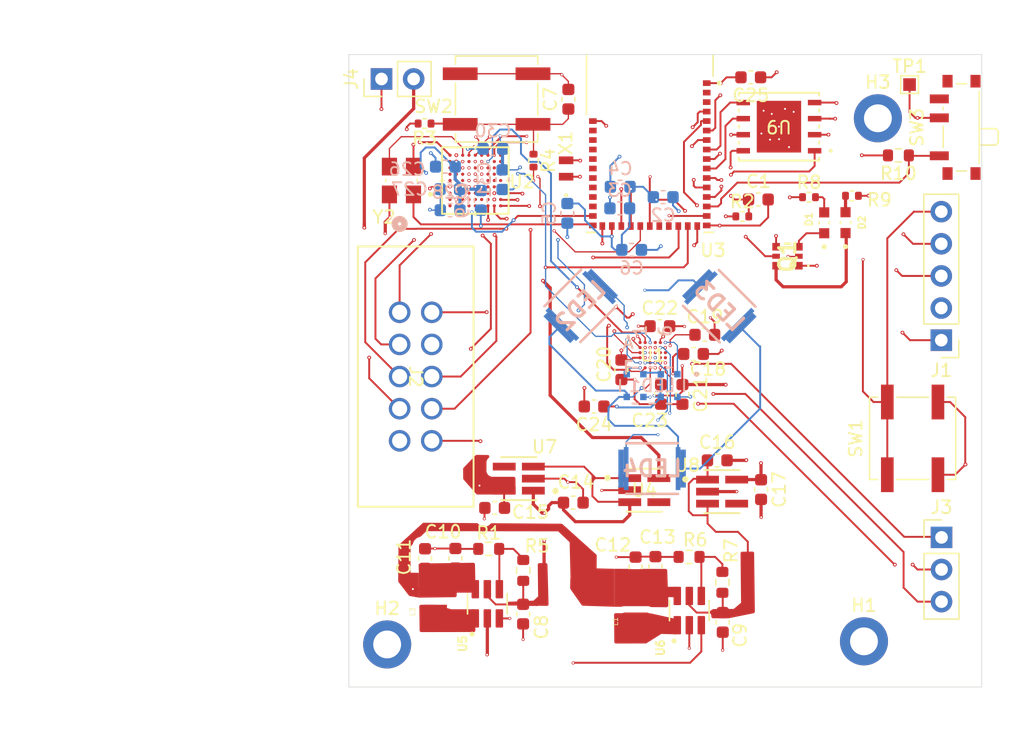
<source format=kicad_pcb>
(kicad_pcb (version 20241229) (generator "pcbnew") (generator_version "9.0")
  (layers (0 "F.Cu" signal) (4 "In1.Cu" power) (6 "In2.Cu" signal) (8 "In3.Cu" power) (10 "In4.Cu" power) (2 "B.Cu" signal) (13 "F.Paste" user) (15 "B.Paste" user) (5 "F.SilkS" user "F.Silkscreen") (7 "B.SilkS" user "B.Silkscreen") (1 "F.Mask" user) (3 "B.Mask" user) (25 "Edge.Cuts" user))
  (net 0 "")
  (net 1 "GND")
  (net 11 "/MCU/~{RESET}")
  (net 16 "Net-(C7-Pad1)")
  (net 20 "/AFE/VREF1")
  (net 22 "/AFE/VREF2")
  (net 23 "/Supplies/2V")
  (net 26 "+BATT")
  (net 28 "/MCU/SWDIO")
  (net 29 "/MCU/SWDCLK")
  (net 31 "/MCU/nRF54L15_RESET")
  (net 32 "Net-(Q1-D2)")
  (net 33 "Net-(D1-Pad2)")
  (net 38 "Net-(D2-Pad2)")
  (net 41 "/TRST")
  (net 43 "Net-(Q1-D1)")
  (net 45 "/AFE/ECGIP")
  (net 47 "/TCK")
  (net 50 "/AFE/RLD")
  (net 52 "/AFE/ECGIN")
  (net 55 "/TDO")
  (net 59 "/TMS")
  (net 61 "/VPUMP")
  (net 64 "/VJTAG")
  (net 65 "/MCU/P1.00{slash}XL1")
  (net 66 "/TDI")
  (net 71 "/MCU/P1.01{slash}XL2")
  (net 72 "/Supplies/SW")
  (net 78 "Net-(U5-FB)")
  (net 80 "/MCU/!CS")
  (net 81 "/MCU/CLK")
  (net 82 "/MCU/IO0")
  (net 83 "/MCU/IO1")
  (net 85 "/MCU/IO2")
  (net 88 "/MCU/IO3")
  (net 89 "/AFE/LED1A")
  (net 90 "/AFE/VC1")
  (net 92 "/AFE/LED2A")
  (net 93 "/!RESET")
  (net 94 "Net-(U6-FB)")
  (net 95 "/GAC1{slash}IO05RSB0")
  (net 96 "/AFE/IN1")
  (net 97 "/MCU/P1.14{slash}AIN7")
  (net 98 "/AFE/LED1B")
  (net 99 "/MCU/P1.11{slash}AIN4{slash}CLK")
  (net 100 "/MCU/P1.13{slash}AIN6")
  (net 101 "/AFE/IN2")
  (net 102 "/MCU/P2.08")
  (net 103 "/MCU/P2.06{slash}CLK")
  (net 104 "/MCU/P2.10")
  (net 105 "/MCU/P1.08{slash}EXTREF{slash}CLK16M{slash}CLK")
  (net 106 "/MCU/P2.09")
  (net 107 "/MCU/P1.12{slash}AIN5{slash}CLK")
  (net 108 "/AFE/IN3")
  (net 110 "/AFE/IN4")
  (net 112 "/Supplies/3V4")
  (net 113 "/Supplies/SW_2")
  (net 115 "FPGA_INDICATOR_LED")
  (net 116 "/MCU/LED")
  (net 117 "/MCU/P1.03{slash}NFC2{slash}CLK")
  (net 118 "1V8")
  (net 119 "3V3")
  (net 120 "1V5")
  (net 122 "/AFE/IMPIN")
  (net 123 "FPGA_IO1")
  (net 124 "FPGA_TO_AFE_MISO")
  (net 125 "FPGA_TO_AFE_CS")
  (net 126 "FPGA_TO_AFE_SCLK")
  (net 127 "/AFE/VC2")
  (net 128 "FPGA_IO0")
  (net 129 "/AFE/RCALN")
  (net 130 "FPGA_TO_AFE_MOSI")
  (net 131 "FPGA_IO2")
  (net 132 "FPGA_TO_MCU_SCLK")
  (net 133 "FPGA_TO_MCU_CS")
  (net 134 "FPGA_TO_MCU_MOSI")
  (net 135 "FPGA_TO_MCU_MISO")
  (net 136 "FLASH_FREEZE")
  (net 137 "CTRL2_BOOST")
  (net 138 "CTRL_BOOST")
  (net 139 "MCU_XO_FPGA")
  (footprint "Proyecto_1:LED_XZCM2MOK53WA-1VF" (layer "F.Cu") (at 136.23798 81.788 90)
    (property "Reference" "D2")
    (property "Value" "XZCM2MOK53WA-1VF")
  )
  (footprint "Capacitor_SMD:C_0603_1608Metric" (layer "F.Cu") (at 126.53772 113.39068 -90)
    (property "Reference" "C9")
    (property "Value" "4.5u")
  )
  (footprint "Capacitor_SMD:C_0603_1608Metric" (layer "F.Cu") (at 121.2215 108.96854 90)
    (property "Reference" "C13")
    (property "Value" "100n")
  )
  (footprint "Capacitor_SMD:C_0603_1608Metric" (layer "F.Cu") (at 116.37518 96.32188 180)
    (property "Reference" "C24")
    (property "Value" "10u")
  )
  (footprint "Proyecto_1:INDC2016X180N_6_8uH" (layer "F.Cu") (at 119.67464 112.29086 -90)
    (property "Reference" "L1")
    (property "Value" "LBM2016T6R8J")
  )
  (footprint "Resistor_SMD:R_0402_1005Metric" (layer "F.Cu") (at 136.74598 79.66456 180)
    (property "Reference" "R9")
    (property "Value" "220")
  )
  (footprint "Proyecto_1:INDC2016X180N2_2uH" (layer "F.Cu") (at 103.83774 111.67972 -90)
    (property "Reference" "L3")
    (property "Value" "LBM2016T2R2J")
  )
  (footprint "Capacitor_SMD:C_0603_1608Metric" (layer "F.Cu") (at 118.5291 93.4212 -90)
    (property "Reference" "C20")
    (property "Value" "10u")
  )
  (footprint "MountingHole:MountingHole_2.2mm_M2_DIN965_Pad" (layer "F.Cu") (at 100.0252 115.13566)
    (property "Reference" "H2")
    (property "Value" "MountingHole_Pad")
  )
  (footprint "Capacitor_SMD:C_0603_1608Metric" (layer "F.Cu") (at 105.41762 108.32622 90)
    (property "Reference" "C10")
    (property "Value" "10u")
  )
  (footprint "Capacitor_SMD:C_0603_1608Metric" (layer "F.Cu") (at 121.56978 89.97442)
    (property "Reference" "C22")
    (property "Value" "10u")
  )
  (footprint "Capacitor_SMD:C_0603_1608Metric" (layer "F.Cu") (at 121.65838 95.36206 -90)
    (property "Reference" "C23")
    (property "Value" "10u")
  )
  (footprint "AGLN250V5_CSG81I:CS81_MCH" (layer "F.Cu") (at 106.9914 78.45958)
    (property "Reference" "U2")
    (property "Value" "AGLN250V5-CSG81I" (hide yes))
  )
  (footprint "MountingHole:MountingHole_2.2mm_M2_DIN965_Pad" (layer "F.Cu") (at 137.69594 114.88928)
    (property "Reference" "H1")
    (property "Value" "MountingHole_Pad")
  )
  (footprint "Resistor_SMD:R_0603_1608Metric" (layer "F.Cu") (at 140.41678 76.47432 180)
    (property "Reference" "R10")
    (property "Value" "500k")
  )
  (footprint "Proyecto_1:OSC_SIT9003AC-23-18EB-24.000000T" (layer "F.Cu") (at 101.1555 78.45806 180)
    (property "Reference" "Y2")
    (property "Value" "SIT9003AC-23-18EB-24.000000T")
  )
  (footprint "Proyecto_1:CONN_7024610xx_JTAG" (layer "F.Cu") (at 101.01072 88.87714 -90)
    (property "Reference" "J2")
    (property "Value" "702461001")
  )
  (footprint "Resistor_SMD:R_0603_1608Metric" (layer "F.Cu") (at 123.87834 108.2167 180)
    (property "Reference" "R6")
    (property "Value" "172k")
  )
  (footprint "Capacitor_SMD:C_0603_1608Metric" (layer "F.Cu") (at 129.3516 79.9592)
    (property "Reference" "C1")
    (property "Value" "3.9pF")
  )
  (footprint "TestPoint:TestPoint_Pad_1.0x1.0mm" (layer "F.Cu") (at 141.29766 70.87362)
    (property "Reference" "TP1")
    (property "Value" "TestPoint")
  )
  (footprint "Resistor_SMD:R_0603_1608Metric" (layer "F.Cu") (at 108.04906 107.5817)
    (property "Reference" "R1")
    (property "Value" "200k")
  )
  (footprint "Capacitor_SMD:C_0603_1608Metric" (layer "F.Cu") (at 126.10338 100.58146)
    (property "Reference" "C16")
    (property "Value" "1u")
  )
  (footprint "Resistor_SMD:R_0603_1608Metric" (layer "F.Cu") (at 126.50978 110.22584 90)
    (property "Reference" "R7")
    (property "Value" "1Meg")
  )
  (footprint "Capacitor_SMD:C_0603_1608Metric" (layer "F.Cu") (at 108.51896 104.3432 180)
    (property "Reference" "C15")
    (property "Value" "1u")
  )
  (footprint "Resistor_SMD:R_0402_1005Metric" (layer "F.Cu") (at 128.08204 81.29778)
    (property "Reference" "R2")
    (property "Value" "0R")
  )
  (footprint "Capacitor_SMD:C_0603_1608Metric" (layer "F.Cu") (at 103.01732 108.34624 90)
    (property "Reference" "C11")
    (property "Value" "100n")
  )
  (footprint "Proyecto_1:XCVR_453-00001R" (layer "F.Cu") (at 120.77446 75.55992)
    (property "Reference" "U3")
    (property "Value" "453-00001R")
  )
  (footprint "Capacitor_SMD:C_0603_1608Metric" (layer "F.Cu") (at 124.22886 92.17152)
    (property "Reference" "C18")
    (property "Value" "0.1u")
  )
  (footprint "Proyecto_1:NX138AKSX" (layer "F.Cu") (at 131.65328 84.44484 90)
    (property "Reference" "Q1")
    (property "Value" "NX138AKSX" (hide yes))
  )
  (footprint "Proyecto_1:DBV0005A-IPC_A" (layer "F.Cu") (at 120.339983 102.938539)
    (property "Reference" "U4")
    (property "Value" "TPS73215MDBVREP")
  )
  (footprint "Connector_PinHeader_2.54mm:PinHeader_1x03_P2.54mm_Vertical" (layer "F.Cu") (at 143.82242 106.67238)
    (property "Reference" "J3")
    (property "Value" "Conn_01x03_Pin")
  )
  (footprint "MountingHole:MountingHole_2.2mm_M2_DIN965_Pad" (layer "F.Cu") (at 138.79576 73.53808)
    (property "Reference" "H3")
    (property "Value" "MountingHole_Pad")
  )
  (footprint "Connector_PinHeader_2.54mm:PinHeader_1x02_P2.54mm_Vertical" (layer "F.Cu") (at 99.57816 70.43166 90)
    (property "Reference" "J4")
    (property "Value" "Conn_01x02_Pin")
  )
  (footprint "Proyecto_1:LED_XZCM2MOK53WA-1VF" (layer "F.Cu") (at 134.55396 81.80324 90)
    (property "Reference" "D1")
    (property "Value" "XZCM2MOK53WA-1VF")
  )
  (footprint "Connector_PinHeader_2.54mm:PinHeader_1x05_P2.54mm_Vertical" (layer "F.Cu") (at 143.80464 91.08186 180)
    (property "Reference" "J1")
    (property "Value" "SWD_Header")
  )
  (footprint "Capacitor_SMD:C_0603_1608Metric" (layer "F.Cu") (at 129.5654 102.89032 -90)
    (property "Reference" "C17")
    (property "Value" "1u")
  )
  (footprint "Capacitor_SMD:C_0603_1608Metric" (layer "F.Cu") (at 114.34318 72.03186 90)
    (property "Reference" "C7")
    (property "Value" "10uF")
  )
  (footprint "Proyecto_1:DBV0005A-IPC_A" (layer "F.Cu") (at 110.424097 102.026679 180)
    (property "Reference" "U7")
    (property "Value" "TPS7A2018PDBVR")
  )
  (footprint "Proyecto_1:DBV0005A-IPC_A" (layer "F.Cu") (at 126.48692 103.05288)
    (property "Reference" "U8")
    (property "Value" "TPS7A2033PDBVR")
  )
  (footprint "Resistor_SMD:R_0402_1005Metric" (layer "F.Cu") (at 102.98176 73.95718 180)
    (property "Reference" "R3")
    (property "Value" "0R")
  )
  (footprint "Resistor_SMD:R_0603_1608Metric" (layer "F.Cu") (at 110.77702 109.2835 90)
    (property "Reference" "R5")
    (property "Value" "634k")
  )
  (footprint "Capacitor_SMD:C_0603_1608Metric" (layer "F.Cu") (at 125.1204 90.65514)
    (property "Reference" "C19")
    (property "Value" "0.1u")
  )
  (footprint "Proyecto_1:WSON-8L_6X5X0P8_MAC" (layer "F.Cu") (at 130.97764 74.20102 180)
    (property "Reference" "U9")
    (property "Value" "MX25R6435FZNIL0")
  )
  (footprint "Proyecto_1:CB-36-10_ADI" (layer "F.Cu") (at 121.00748 92.26748)
    (property "Reference" "U1")
    (property "Value" "ADPD6000BCBZR7")
  )
  (footprint "Proyecto_1:SOT95P280X110-6N" (layer "F.Cu") (at 107.93984 111.92256 90)
    (property "Reference" "U5")
    (property "Value" "TPS61071DDCR")
  )
  (footprint "Capacitor_SMD:C_0603_1608Metric" (layer "F.Cu") (at 119.65178 109.00664 90)
    (property "Reference" "C12")
    (property "Value" "10u")
  )
  (footprint "Proyecto_1:XTAL_XTL74_SIW" (layer "F.Cu") (at 114.16284 77.50937 90)
    (property "Reference" "X1")
    (property "Value" "XTL741-S999-576")
  )
  (footprint "Button_Switch_SMD:SW_SPDT_PCM12" (layer "F.Cu") (at 145.07738 74.2555 90)
    (property "Reference" "SW3")
    (property "Value" "SW_SPDT")
  )
  (footprint "Capacitor_SMD:C_0603_1608Metric" (layer "F.Cu") (at 114.7318 103.9241)
    (property "Reference" "C14")
    (property "Value" "1u")
  )
  (footprint "Capacitor_SMD:C_0603_1608Metric" (layer "F.Cu") (at 128.7523 70.29958 180)
    (property "Reference" "C25")
    (property "Value" "100nF / 10 V")
  )
  (footprint "Button_Switch_SMD:SW_SPST_B3SL-1002P" (layer "F.Cu") (at 108.67136 72.01662)
    (property "Reference" "SW2")
    (property "Value" "SW_Push")
  )
  (footprint "Resistor_SMD:R_0402_1005Metric" (layer "F.Cu") (at 133.35254 79.77632)
    (property "Reference" "R8")
    (property "Value" "220")
  )
  (footprint "Capacitor_SMD:C_0603_1608Metric" (layer "F.Cu") (at 123.3551 95.36714 -90)
    (property "Reference" "C21")
    (property "Value" "10u")
  )
  (footprint "Button_Switch_SMD:SW_SPST_B3SL-1002P" (layer "F.Cu") (at 141.53896 98.8441 90)
    (property "Reference" "SW1")
    (property "Value" "SW_Push")
  )
  (footprint "Resistor_SMD:R_0402_1005Metric" (layer "F.Cu") (at 111.58728 76.88526 -90)
    (property "Reference" "R4")
    (property "Value" "10k")
  )
  (footprint "Capacitor_SMD:C_0603_1608Metric" (layer "F.Cu") (at 110.76686 112.73536 -90)
    (property "Reference" "C8")
    (property "Value" "5.8u")
  )
  (footprint "Proyecto_1:SOT95P280X110-6N" (layer "F.Cu") (at 123.89612 112.45698 90)
    (property "Reference" "U6")
    (property "Value" "TPS61071DDCR")
  )
  (footprint "Proyecto_1:SFH2202" (layer "B.Cu") (at 126.26594 88.39962 135)
    (property "Reference" "LED3")
    (property "Value" "SFH_2202" (hide yes))
  )
  (footprint "Capacitor_SMD:C_0603_1608Metric" (layer "B.Cu") (at 107.42422 80.02524 -90)
    (property "Reference" "C29")
    (property "Value" "10n")
  )
  (footprint "Capacitor_SMD:C_0603_1608Metric" (layer "B.Cu") (at 118.4021 80.6577 180)
    (property "Reference" "C3")
    (property "Value" "100nF")
  )
  (footprint "Capacitor_SMD:C_0603_1608Metric" (layer "B.Cu") (at 119.3416 83.94192)
    (property "Reference" "C6")
    (property "Value" "100nF")
  )
  (footprint "Proyecto_1:SFH 7050A_OSM" (layer "B.Cu") (at 120.956319 94.669181 180)
    (property "Reference" "LED1")
    (property "Value" "SFH 7050A")
  )
  (footprint "Capacitor_SMD:C_0603_1608Metric" (layer "B.Cu") (at 114.25936 81.0514 -90)
    (property "Reference" "C5")
    (property "Value" "100nF")
  )
  (footprint "Capacitor_SMD:C_0603_1608Metric" (layer "B.Cu") (at 104.62768 77.36332 180)
    (property "Reference" "C26")
    (property "Value" "100n")
  )
  (footprint "Capacitor_SMD:C_0603_1608Metric" (layer "B.Cu") (at 118.43766 78.95336 180)
    (property "Reference" "C4")
    (property "Value" "100nF")
  )
  (footprint "Capacitor_SMD:C_0603_1608Metric" (layer "B.Cu") (at 104.9782 79.14132 180)
    (property "Reference" "C27")
    (property "Value" "10n")
  )
  (footprint "Capacitor_SMD:C_0603_1608Metric" (layer "B.Cu") (at 121.8311 79.77124)
    (property "Reference" "C2")
    (property "Value" "10uF")
  )
  (footprint "Capacitor_SMD:C_0603_1608Metric" (layer "B.Cu") (at 108.3818 75.95362 180)
    (property "Reference" "C30")
    (property "Value" "100n")
  )
  (footprint "Proyecto_1:SFH2202" (layer "B.Cu") (at 115.316 88.37168 45)
    (property "Reference" "LED2")
    (property "Value" "SFH_2202" (hide yes))
  )
  (footprint "Capacitor_SMD:C_0603_1608Metric" (layer "B.Cu") (at 109.13618 78.39172 -90)
    (property "Reference" "C31")
    (property "Value" "10n")
  )
  (footprint "Capacitor_SMD:C_0603_1608Metric" (layer "B.Cu") (at 104.99852 80.80502 180)
    (property "Reference" "C28")
    (property "Value" "100n")
  )
  (footprint "Proyecto_1:SFH2202" (layer "B.Cu") (at 120.95734 101.2317 180)
    (property "Reference" "LED4")
    (property "Value" "SFH_2202" (hide yes))
  )
  (gr_rect (start 97 68.5) (end 147 118.5) (stroke (width 0.05)) (fill no) (layer "Edge.Cuts"))
  (segment (start 107.93984 113.07756) (end 107.93984 115.9256) (width 0.254) (layer "F.Cu") (net 1))
  (segment (start 123.35002 96.13706) (end 123.3551 96.14214) (width 0.1524) (layer "F.Cu") (net 1))
  (segment (start 123.89612 113.61198) (end 123.89612 115.4303) (width 0.1524) (layer "F.Cu") (net 1))
  (segment (start 107.71572 104.1273) (end 107.71572 105.18708) (width 0.1524) (layer "F.Cu") (net 1))
  (segment (start 107.93984 115.9256) (end 107.91952 115.94592) (width 0.254) (layer "F.Cu") (net 1))
  (segment (start 107.87634 88.87714) (end 107.8865 88.86698) (width 0.1524) (layer "F.Cu") (net 1))
  (segment (start 115.60018 94.87184) (end 115.61318 94.85884) (width 0.1524) (layer "F.Cu") (net 1))
  (segment (start 119.1895 102.938539) (end 117.005141 102.938539) (width 0.1524) (layer "F.Cu") (net 1))
  (segment (start 143.53896 95.9691) (end 144.50088 95.9691) (width 0.1524) (layer "F.Cu") (net 1))
  (segment (start 130.1266 81.37158) (end 129.47904 82.01914) (width 0.1524) (layer "F.Cu") (net 1))
  (segment (start 107.71572 105.18708) (end 107.70362 105.19918) (width 0.1524) (layer "F.Cu") (net 1))
  (segment (start 105.4481 107.5817) (end 105.41762 107.55122) (width 0.1524) (layer "F.Cu") (net 1))
  (segment (start 127.63246 103.05288) (end 127.63754 103.0478) (width 0.254) (layer "F.Cu") (net 1))
  (segment (start 129.5654 105.06456) (end 129.58572 105.08488) (width 0.254) (layer "F.Cu") (net 1))
  (segment (start 114.025639 102.026679) (end 114.30508 102.30612) (width 0.1524) (layer "F.Cu") (net 1))
  (segment (start 129.47904 82.01914) (end 126.29896 82.01914) (width 0.1524) (layer "F.Cu") (net 1))
  (segment (start 105.79636 70.01662) (end 111.54636 70.01662) (width 0.1016) (layer "F.Cu") (net 1))
  (segment (start 114.31016 102.30104) (end 114.30508 102.30612) (width 0.1524) (layer "F.Cu") (net 1))
  (segment (start 118.5291 94.1962) (end 119.56004 94.1962) (width 0.1524) (layer "F.Cu") (net 1))
  (segment (start 110.76686 113.51036) (end 110.76686 114.7318) (width 0.1524) (layer "F.Cu") (net 1))
  (segment (start 103.03734 107.55122) (end 103.01732 107.57124) (width 0.1524) (layer "F.Cu") (net 1))
  (segment (start 119.68988 108.19354) (end 119.65178 108.23164) (width 0.1524) (layer "F.Cu") (net 1))
  (segment (start 128.37414 100.58146) (end 128.39192 100.56368) (width 0.254) (layer "F.Cu") (net 1))
  (segment (start 119.56004 94.1962) (end 119.57558 94.18066) (width 0.1524) (layer "F.Cu") (net 1))
  (segment (start 126.87838 100.58146) (end 128.37414 100.58146) (width 0.254) (layer "F.Cu") (net 1))
  (segment (start 117.02446 82.05992) (end 117.02446 83.43804) (width 0.1524) (layer "F.Cu") (net 1))
  (segment (start 143.53896 101.7191) (end 144.9022 101.7191) (width 0.1524) (layer "F.Cu") (net 1))
  (segment (start 126.53772 115.58524) (end 126.5301 115.59286) (width 0.1524) (layer "F.Cu") (net 1))
  (segment (start 130.75328 83.69484) (end 130.75328 82.85142) (width 0.1524) (layer "F.Cu") (net 1))
  (segment (start 116.96278 73.75992) (end 117.33276 74.1299) (width 0.1524) (layer "F.Cu") (net 1))
  (segment (start 114.34318 70.61962) (end 114.34318 71.25686) (width 0.1016) (layer "F.Cu") (net 1))
  (segment (start 145.69694 97.16516) (end 145.69694 100.89388) (width 0.1524) (layer "F.Cu") (net 1))
  (segment (start 125.8954 90.65514) (end 125.8954 89.6369) (width 0.1524) (layer "F.Cu") (net 1))
  (segment (start 121.2215 108.19354) (end 119.68988 108.19354) (width 0.1524) (layer "F.Cu") (net 1))
  (segment (start 133.96792 85.19484) (end 133.96976 85.19668) (width 0.1524) (layer "F.Cu") (net 1))
  (segment (start 103.55072 99.03714) (end 107.36326 99.03714) (width 0.1524) (layer "F.Cu") (net 1))
  (segment (start 121.65838 96.13706) (end 123.35002 96.13706) (width 0.1524) (layer "F.Cu") (net 1))
  (segment (start 125.00386 92.17152) (end 126.18974 92.17152) (width 0.1524) (layer "F.Cu") (net 1))
  (segment (start 123.49226 89.97442) (end 123.51766 89.99982) (width 0.1524) (layer "F.Cu") (net 1))
  (segment (start 103.55072 88.87714) (end 107.87634 88.87714) (width 0.1524) (layer "F.Cu") (net 1))
  (segment (start 103.52672 78.95958) (end 103.39832 79.08798) (width 0.1016) (layer "F.Cu") (net 1))
  (segment (start 105.41762 107.55122) (end 103.7971 107.55122) (width 0.1524) (layer "F.Cu") (net 1))
  (segment (start 122.34478 89.97442) (end 123.49226 89.97442) (width 0.1524) (layer "F.Cu") (net 1))
  (segment (start 116.27746 73.75992) (end 116.96278 73.75992) (width 0.1524) (layer "F.Cu") (net 1))
  (segment (start 125.27146 82.00992) (end 126.28974 82.00992) (width 0.1524) (layer "F.Cu") (net 1))
  (segment (start 125.336437 103.05288) (end 127.63246 103.05288) (width 0.254) (layer "F.Cu") (net 1))
  (segment (start 115.5068 102.86268) (end 114.94516 102.30104) (width 0.1524) (layer "F.Cu") (net 1))
  (segment (start 114.94516 102.30104) (end 114.31016 102.30104) (width 0.1524) (layer "F.Cu") (net 1))
  (segment (start 144.50088 95.9691) (end 145.69694 97.16516) (width 0.1524) (layer "F.Cu") (net 1))
  (segment (start 125.8954 89.6369) (end 125.56744 89.30894) (width 0.1524) (layer "F.Cu") (net 1))
  (segment (start 139.59178 76.47432) (end 137.541 76.47432) (width 0.1524) (layer "F.Cu") (net 1))
  (segment (start 130.75328 82.85142) (end 130.74904 82.84718) (width 0.1524) (layer "F.Cu") (net 1))
  (segment (start 119.57558 95.7453) (end 119.57558 94.18066) (width 0.1524) (layer "F.Cu") (net 1))
  (segment (start 123.89612 115.4303) (end 123.89866 115.43284) (width 0.1524) (layer "F.Cu") (net 1))
  (segment (start 99.57816 70.43166) (end 99.57816 72.80656) (width 0.1524) (layer "F.Cu") (net 1))
  (segment (start 119.65178 108.23164) (end 118.1357 108.23164) (width 0.1524) (layer "F.Cu") (net 1))
  (segment (start 113.82248 70.09892) (end 114.34318 70.61962) (width 0.1016) (layer "F.Cu") (net 1))
  (segment (start 111.54636 70.01662) (end 113.7478 70.01662) (width 0.1016) (layer "F.Cu") (net 1))
  (segment (start 103.7971 107.55122) (end 103.03734 107.55122) (width 0.1524) (layer "F.Cu") (net 1))
  (segment (start 102.1055 77.35806) (end 102.1055 75.63108) (width 0.1524) (layer "F.Cu") (net 1))
  (segment (start 126.28974 82.00992) (end 126.29896 82.01914) (width 0.1524) (layer "F.Cu") (net 1))
  (segment (start 126.84252 70.29958) (end 126.37516 70.76694) (width 0.1524) (layer "F.Cu") (net 1))
  (segment (start 145.69694 100.89388) (end 145.71218 100.90912) (width 0.1524) (layer "F.Cu") (net 1))
  (segment (start 99.57816 72.80656) (end 99.57308 72.81164) (width 0.1524) (layer "F.Cu") (net 1))
  (segment (start 104.9914 78.95958) (end 103.52672 78.95958) (width 0.1016) (layer "F.Cu") (net 1))
  (segment (start 129.5654 103.66532) (end 129.5654 105.06456) (width 0.254) (layer "F.Cu") (net 1))
  (segment (start 121.65838 96.13706) (end 119.96734 96.13706) (width 0.1524) (layer "F.Cu") (net 1))
  (segment (start 130.1266 79.9592) (end 130.1266 81.37158) (width 0.1524) (layer "F.Cu") (net 1))
  (segment (start 126.53772 114.16568) (end 126.53772 115.58524) (width 0.1524) (layer "F.Cu") (net 1))
  (segment (start 117.005141 102.938539) (end 116.98478 102.9589) (width 0.1524) (layer "F.Cu") (net 1))
  (segment (start 113.7478 70.01662) (end 113.82248 70.0913) (width 0.1016) (layer "F.Cu") (net 1))
  (segment (start 115.5068 103.9241) (end 115.5068 102.86268) (width 0.1524) (layer "F.Cu") (net 1))
  (segment (start 110.76686 114.7318) (end 110.7694 114.73434) (width 0.1524) (layer "F.Cu") (net 1))
  (segment (start 123.05334 108.2167) (end 121.24466 108.2167) (width 0.1524) (layer "F.Cu") (net 1))
  (segment (start 133.79704 72.29602) (end 135.48614 72.29602) (width 0.1524) (layer "F.Cu") (net 1))
  (segment (start 119.96734 96.13706) (end 119.57558 95.7453) (width 0.1524) (layer "F.Cu") (net 1))
  (segment (start 111.57458 102.026679) (end 114.025639 102.026679) (width 0.1524) (layer "F.Cu") (net 1))
  (segment (start 117.02446 83.43804) (end 117.02542 83.439) (width 0.1524) (layer "F.Cu") (net 1))
  (segment (start 137.541 76.47432) (end 137.5283 76.46162) (width 0.1524) (layer "F.Cu") (net 1))
  (segment (start 113.82248 70.0913) (end 113.82248 70.09892) (width 0.1016) (layer "F.Cu") (net 1))
  (segment (start 135.48614 72.29602) (end 135.52424 72.33412) (width 0.1524) (layer "F.Cu") (net 1))
  (segment (start 115.60018 96.32188) (end 115.60018 94.87184) (width 0.1524) (layer "F.Cu") (net 1))
  (segment (start 144.9022 101.7191) (end 145.71218 100.90912) (width 0.1524) (layer "F.Cu") (net 1))
  (segment (start 107.36326 99.03714) (end 107.39628 99.07016) (width 0.1524) (layer "F.Cu") (net 1))
  (segment (start 127.9773 70.29958) (end 126.84252 70.29958) (width 0.1524) (layer "F.Cu") (net 1))
  (segment (start 132.55328 85.19484) (end 133.96792 85.19484) (width 0.1524) (layer "F.Cu") (net 1))
  (segment (start 126.36814 70.75992) (end 126.37516 70.76694) (width 0.1524) (layer "F.Cu") (net 1))
  (segment (start 102.1055 75.63108) (end 102.09784 75.62342) (width 0.1524) (layer "F.Cu") (net 1))
  (segment (start 107.22406 107.5817) (end 105.4481 107.5817) (width 0.1524) (layer "F.Cu") (net 1))
  (segment (start 118.1357 108.23164) (end 118.13286 108.23448) (width 0.1524) (layer "F.Cu") (net 1))
  (segment (start 125.27146 70.75992) (end 126.36814 70.75992) (width 0.1524) (layer "F.Cu") (net 1))
  (segment (start 126.18974 92.17152) (end 126.45898 91.90228) (width 0.1524) (layer "F.Cu") (net 1))
  (segment (start 121.24466 108.2167) (end 121.2215 108.19354) (width 0.1524) (layer "F.Cu") (net 1))
  (via blind (at 125.56744 89.30894) (size 0.254) (drill 0.1524) (layers "F.Cu" "In1.Cu") (net 1))
  (via micro (at 105.4914 78.95958) (size 0.254) (drill 0.1524) (layers "F.Cu" "In1.Cu") (net 1))
  (via micro (at 107.4914 78.95958) (size 0.254) (drill 0.1524) (layers "F.Cu" "In1.Cu") (net 1))
  (via blind (at 131.46024 72.7964) (size 0.3048) (drill 0.1524) (layers "F.Cu" "In1.Cu") (net 1))
  (via micro (at 104.9914 78.95958) (size 0.254) (drill 0.1524) (layers "F.Cu" "In1.Cu") (net 1))
  (via blind (at 110.7694 114.73434) (size 0.254) (drill 0.1524) (layers "F.Cu" "In1.Cu") (net 1))
  (via blind (at 107.8865 88.86698) (size 0.3048) (drill 0.1524) (layers "F.Cu" "In1.Cu") (net 1))
  (via blind (at 132.14096 73.03262) (size 0.3048) (drill 0.1524) (layers "F.Cu" "In1.Cu") (net 1))
  (via blind (at 113.82248 70.0913) (size 0.254) (drill 0.1524) (layers "F.Cu" "In1.Cu") (net 1))
  (via blind (at 145.71218 100.90912) (size 0.3048) (drill 0.1524) (layers "F.Cu" "In1.Cu") (net 1))
  (via blind (at 123.51766 89.99982) (size 0.254) (drill 0.1524) (layers "F.Cu" "In1.Cu") (net 1))
  (via blind (at 118.13286 108.23448) (size 0.254) (drill 0.1524) (layers "F.Cu" "In1.Cu") (net 1))
  (via micro (at 122.00748 91.66748) (size 0.254) (drill 0.1524) (layers "F.Cu" "In1.Cu") (net 1))
  (via blind (at 130.74904 82.84718) (size 0.3048) (drill 0.1524) (layers "F.Cu" "In1.Cu") (net 1))
  (via blind (at 128.39192 100.56368) (size 0.3048) (drill 0.1524) (layers "F.Cu" "In1.Cu") (net 1))
  (via micro (at 105.9914 78.95958) (size 0.254) (drill 0.1524) (layers "F.Cu" "In1.Cu") (net 1))
  (via blind (at 126.5301 115.59286) (size 0.254) (drill 0.1524) (layers "F.Cu" "In1.Cu") (net 1))
  (via blind (at 123.89866 115.43284) (size 0.254) (drill 0.1524) (layers "F.Cu" "In1.Cu") (net 1))
  (via micro (at 107.4914 77.45958) (size 0.254) (drill 0.1524) (layers "F.Cu" "In1.Cu") (net 1))
  (via blind (at 130.27406 75.22718) (size 0.3048) (drill 0.1524) (layers "F.Cu" "In1.Cu") (net 1))
  (via blind (at 102.09784 75.62342) (size 0.3048) (drill 0.1524) (layers "F.Cu" "In1.Cu") (net 1))
  (via micro (at 107.4914 77.95958) (size 0.254) (drill 0.1524) (layers "F.Cu" "In1.Cu") (net 1))
  (via blind (at 116.98478 102.9589) (size 0.254) (drill 0.1524) (layers "F.Cu" "In1.Cu") (net 1))
  (via blind (at 103.39832 79.08798) (size 0.3048) (drill 0.1524) (layers "F.Cu" "In1.Cu") (net 1))
  (via blind (at 129.58572 105.08488) (size 0.254) (drill 0.1524) (layers "F.Cu" "In1.Cu") (net 1))
  (via blind (at 135.52424 72.33412) (size 0.3048) (drill 0.1524) (layers "F.Cu" "In1.Cu") (net 1))
  (via blind (at 126.29896 82.01914) (size 0.3048) (drill 0.1524) (layers "F.Cu" "In1.Cu") (net 1))
  (via micro (at 105.9914 77.45958) (size 0.254) (drill 0.1524) (layers "F.Cu" "In1.Cu") (net 1))
  (via blind (at 130.41122 73.19264) (size 0.3048) (drill 0.1524) (layers "F.Cu" "In1.Cu") (net 1))
  (via micro (at 107.4914 78.45958) (size 0.254) (drill 0.1524) (layers "F.Cu" "In1.Cu") (net 1))
  (via micro (at 106.9914 78.95958) (size 0.254) (drill 0.1524) (layers "F.Cu" "In1.Cu") (net 1))
  (via blind (at 107.39628 99.07016) (size 0.3048) (drill 0.1524) (layers "F.Cu" "In1.Cu") (net 1))
  (via blind (at 117.02542 83.439) (size 0.3048) (drill 0.1524) (layers "F.Cu" "In1.Cu") (net 1))
  (via blind (at 117.33276 74.1299) (size 0.3048) (drill 0.1524) (layers "F.Cu" "In1.Cu") (net 1))
  (via blind (at 103.7971 107.55122) (size 0.254) (drill 0.1524) (layers "F.Cu" "In1.Cu") (net 1))
  (via blind (at 129.76606 72.94118) (size 0.3048) (drill 0.1524) (layers "F.Cu" "In1.Cu") (net 1))
  (via blind (at 133.96976 85.19668) (size 0.3048) (drill 0.1524) (layers "F.Cu" "In1.Cu") (net 1))
  (via blind (at 119.57558 94.18066) (size 0.254) (drill 0.1524) (layers "F.Cu" "In1.Cu") (net 1))
  (via blind (at 107.70362 105.19918) (size 0.254) (drill 0.1524) (layers "F.Cu" "In1.Cu") (net 1))
  (via blind (at 137.5283 76.46162) (size 0.3048) (drill 0.1524) (layers "F.Cu" "In1.Cu") (net 1))
  (via micro (at 121.60748 92.86748) (size 0.254) (drill 0.1524) (layers "F.Cu" "In1.Cu") (net 1))
  (via blind (at 99.57308 72.81164) (size 0.3048) (drill 0.1524) (layers "F.Cu" "In1.Cu") (net 1))
  (via blind (at 126.37516 70.76694) (size 0.3048) (drill 0.1524) (layers "F.Cu" "In1.Cu") (net 1))
  (via blind (at 129.59334 74.74712) (size 0.3048) (drill 0.1524) (layers "F.Cu" "In1.Cu") (net 1))
  (via blind (at 114.30508 102.30612) (size 0.254) (drill 0.1524) (layers "F.Cu" "In1.Cu") (net 1))
  (via micro (at 106.4914 78.45958) (size 0.254) (drill 0.1524) (layers "F.Cu" "In1.Cu") (net 1))
  (via blind (at 130.9878 75.19162) (size 0.3048) (drill 0.1524) (layers "F.Cu" "In1.Cu") (net 1))
  (via blind (at 107.91952 115.94592) (size 0.254) (drill 0.1524) (layers "F.Cu" "In1.Cu") (net 1))
  (via micro (at 106.4914 78.95958) (size 0.254) (drill 0.1524) (layers "F.Cu" "In1.Cu") (net 1))
  (via blind (at 131.77266 75.81646) (size 0.3048) (drill 0.1524) (layers "F.Cu" "In1.Cu") (net 1))
  (via micro (at 120.40748 92.46748) (size 0.254) (drill 0.1524) (layers "F.Cu" "In1.Cu") (net 1))
  (via blind (at 115.61318 94.85884) (size 0.3048) (drill 0.1524) (layers "F.Cu" "In1.Cu") (net 1))
  (via micro (at 120.80748 92.46748) (size 0.254) (drill 0.1524) (layers "F.Cu" "In1.Cu") (net 1))
  (via blind (at 126.45898 91.90228) (size 0.3048) (drill 0.1524) (layers "F.Cu" "In1.Cu") (net 1))
  (via blind (at 127.63754 103.0478) (size 0.254) (drill 0.1524) (layers "F.Cu" "In1.Cu") (net 1))
  (via blind (at 130.97764 74.20102) (size 0.3048) (drill 0.1524) (layers "F.Cu" "In1.Cu") (net 1))
  (segment (start 117.6271 80.6577) (end 117.6271 79.79186) (width 0.1524) (layer "B.Cu") (net 1))
  (segment (start 104.22352 80.80502) (end 104.22352 79.16164) (width 0.1016) (layer "B.Cu") (net 1))
  (segment (start 107.42422 80.80024) (end 107.42422 82.042) (width 0.1524) (layer "B.Cu") (net 1))
  (segment (start 117.66266 77.2925) (end 118.38432 76.57084) (width 0.1524) (layer "B.Cu") (net 1))
  (segment (start 107.6068 75.95362) (end 106.40568 75.95362) (width 0.1524) (layer "B.Cu") (net 1))
  (segment (start 117.66266 78.95336) (end 117.66266 77.2925) (width 0.1524) (layer "B.Cu") (net 1))
  (segment (start 103.85268 76.66706) (end 103.47452 76.2889) (width 0.1524) (layer "B.Cu") (net 1))
  (segment (start 104.22352 79.16164) (end 104.2032 79.14132) (width 0.1016) (layer "B.Cu") (net 1))
  (segment (start 114.25936 82.92338) (end 114.2619 82.92592) (width 0.1524) (layer "B.Cu") (net 1))
  (segment (start 109.95914 79.16672) (end 110.19282 78.93304) (width 0.1524) (layer "B.Cu") (net 1))
  (segment (start 117.6271 79.79186) (end 117.62994 79.78902) (width 0.1524) (layer "B.Cu") (net 1))
  (segment (start 103.85268 77.36332) (end 103.85268 76.66706) (width 0.1524) (layer "B.Cu") (net 1))
  (segment (start 107.42422 82.042) (end 107.4293 82.04708) (width 0.1524) (layer "B.Cu") (net 1))
  (segment (start 122.6061 79.77124) (end 122.6061 80.42686) (width 0.1524) (layer "B.Cu") (net 1))
  (segment (start 103.446161 80.80502) (end 103.4034 80.762259) (width 0.1016) (layer "B.Cu") (net 1))
  (segment (start 106.40568 75.95362) (end 106.39806 75.96124) (width 0.1524) (layer "B.Cu") (net 1))
  (segment (start 122.6061 80.42686) (end 123.06046 80.88122) (width 0.1524) (layer "B.Cu") (net 1))
  (segment (start 104.22352 80.80502) (end 103.446161 80.80502) (width 0.1016) (layer "B.Cu") (net 1))
  (segment (start 121.35612 83.94192) (end 121.64568 83.65236) (width 0.1524) (layer "B.Cu") (net 1))
  (segment (start 109.13618 79.16672) (end 109.95914 79.16672) (width 0.1524) (layer "B.Cu") (net 1))
  (segment (start 120.1166 83.94192) (end 121.35612 83.94192) (width 0.1524) (layer "B.Cu") (net 1))
  (segment (start 114.25936 81.8264) (end 114.25936 82.92338) (width 0.1524) (layer "B.Cu") (net 1))
  (via blind (at 106.39806 75.96124) (size 0.3048) (drill 0.1524) (layers "In1.Cu" "B.Cu") (net 1))
  (via blind (at 107.4293 82.04708) (size 0.3048) (drill 0.1524) (layers "In1.Cu" "B.Cu") (net 1))
  (via blind (at 110.19282 78.93304) (size 0.254) (drill 0.1524) (layers "In1.Cu" "B.Cu") (net 1))
  (via blind (at 103.4034 80.762259) (size 0.3048) (drill 0.1524) (layers "In1.Cu" "B.Cu") (net 1))
  (via blind (at 117.62994 79.78902) (size 0.3048) (drill 0.1524) (layers "In1.Cu" "B.Cu") (net 1))
  (via blind (at 103.47452 76.2889) (size 0.3048) (drill 0.1524) (layers "In1.Cu" "B.Cu") (net 1))
  (via blind (at 121.64568 83.65236) (size 0.3048) (drill 0.1524) (layers "In1.Cu" "B.Cu") (net 1))
  (via blind (at 123.06046 80.88122) (size 0.3048) (drill 0.1524) (layers "In1.Cu" "B.Cu") (net 1))
  (via blind (at 118.38432 76.57084) (size 0.3048) (drill 0.1524) (layers "In1.Cu" "B.Cu") (net 1))
  (via blind (at 114.2619 82.92592) (size 0.3048) (drill 0.1524) (layers "In1.Cu" "B.Cu") (net 1))
  (segment (start 128.59204 81.29778) (end 128.59204 79.97464) (width 0.1524) (layer "F.Cu") (net 11))
  (segment (start 128.59204 79.97464) (end 128.5766 79.9592) (width 0.1524) (layer "F.Cu") (net 11))
  (segment (start 124.1044 75.74026) (end 124.58474 75.25992) (width 0.1524) (layer "F.Cu") (net 11))
  (segment (start 124.58474 75.25992) (end 125.27146 75.25992) (width 0.1524) (layer "F.Cu") (net 11))
  (segment (start 127.47244 79.9592) (end 127.18542 79.67218) (width 0.1524) (layer "F.Cu") (net 11))
  (segment (start 128.5766 79.9592) (end 127.47244 79.9592) (width 0.1524) (layer "F.Cu") (net 11))
  (via blind (at 127.18542 79.67218) (size 0.3048) (drill 0.1524) (layers "F.Cu" "In2.Cu") (net 11))
  (via blind (at 124.1044 75.74026) (size 0.3048) (drill 0.1524) (layers "F.Cu" "In2.Cu") (net 11))
  (segment (start 105.73692 73.95718) (end 105.79636 74.01662) (width 0.1524) (layer "F.Cu") (net 16))
  (segment (start 114.34953 73.55967) (end 114.34318 73.55332) (width 0.1016) (layer "F.Cu") (net 16))
  (segment (start 103.49176 73.95718) (end 105.73692 73.95718) (width 0.1524) (layer "F.Cu") (net 16))
  (segment (start 111.58728 76.37526) (end 111.58728 74.05754) (width 0.1016) (layer "F.Cu") (net 16))
  (segment (start 105.79636 74.01662) (end 111.54636 74.01662) (width 0.1016) (layer "F.Cu") (net 16))
  (segment (start 114.34318 73.55332) (end 114.34318 72.80686) (width 0.1016) (layer "F.Cu") (net 16))
  (segment (start 111.58728 74.05754) (end 111.54636 74.01662) (width 0.1016) (layer "F.Cu") (net 16))
  (segment (start 111.54636 74.01662) (end 113.89258 74.01662) (width 0.1016) (layer "F.Cu") (net 16))
  (segment (start 113.89258 74.01662) (end 114.34953 73.55967) (width 0.1016) (layer "F.Cu") (net 16))
  (segment (start 122.60326 93.73108) (end 122.60326 92.41536) (width 0.1524) (layer "F.Cu") (net 20))
  (segment (start 122.8471 92.17152) (end 123.45386 92.17152) (width 0.1524) (layer "F.Cu") (net 20))
  (segment (start 122.60326 92.41536) (end 122.8471 92.17152) (width 0.1524) (layer "F.Cu") (net 20))
  (via blind (at 122.60326 93.73108) (size 0.254) (drill 0.1524) (layers "F.Cu" "In2.Cu") (net 20))
  (via micro (at 121.20748 93.26748) (size 0.254) (drill 0.1524) (layers "F.Cu" "In2.Cu") (net 20))
  (segment (start 122.3899 91.06662) (end 122.80138 90.65514) (width 0.1016) (layer "F.Cu") (net 22))
  (segment (start 122.80138 90.65514) (end 124.3454 90.65514) (width 0.1016) (layer "F.Cu") (net 22))
  (segment (start 122.3899 91.50858) (end 122.3899 91.06662) (width 0.1016) (layer "F.Cu") (net 22))
  (via micro (at 121.20748 92.86748) (size 0.254) (drill 0.1524) (layers "F.Cu" "In2.Cu") (net 22))
  (via blind (at 122.3899 91.50858) (size 0.254) (drill 0.1524) (layers "F.Cu" "In2.Cu") (net 22))
  (segment (start 112.45088 104.75214) (end 112.77727 104.42575) (width 0.254) (layer "F.Cu") (net 23))
  (segment (start 114.89436 105.43032) (end 118.66626 105.43032) (width 0.254) (layer "F.Cu") (net 23))
  (segment (start 110.77702 111.68634) (end 110.77702 110.1085) (width 0.1524) (layer "F.Cu") (net 23))
  (segment (start 112.77727 104.18191) (end 113.03508 103.9241) (width 0.254) (layer "F.Cu") (net 23))
  (segment (start 119.1895 103.88854) (end 119.15902 103.85806) (width 0.1524) (layer "F.Cu") (net 23))
  (segment (start 118.66626 105.43032) (end 119.1895 104.90708) (width 0.254) (layer "F.Cu") (net 23))
  (segment (start 110.76686 111.96036) (end 111.87206 111.96036) (width 0.254) (layer "F.Cu") (net 23))
  (segment (start 115.577538 101.076678) (end 111.57458 101.076678) (width 0.1524) (layer "F.Cu") (net 23))
  (segment (start 111.56442 104.0384) (end 111.57458 104.02824) (width 0.254) (layer "F.Cu") (net 23))
  (segment (start 116.33962 101.83876) (end 116.2558 101.83876) (width 0.1524) (layer "F.Cu") (net 23))
  (segment (start 107.93984 111.31296) (end 108.5977 111.97082) (width 0.1524) (layer "F.Cu") (net 23))
  (segment (start 116.24818 102.18928) (end 116.27866 102.1588) (width 0.1524) (layer "F.Cu") (net 23))
  (segment (start 113.9568 103.9241) (end 113.9568 104.49276) (width 0.254) (layer "F.Cu") (net 23))
  (segment (start 119.1895 101.988538) (end 117.350622 101.988538) (width 0.1524) (layer "F.Cu") (net 23))
  (segment (start 110.49254 111.97082) (end 110.77702 111.68634) (width 0.1524) (layer "F.Cu") (net 23))
  (segment (start 116.616398 101.988538) (end 116.489398 101.988538) (width 0.1524) (layer "F.Cu") (net 23))
  (segment (start 116.2558 101.75494) (end 115.577538 101.076678) (width 0.1524) (layer "F.Cu") (net 23))
  (segment (start 113.9568 104.49276) (end 114.89436 105.43032) (width 0.254) (layer "F.Cu") (net 23))
  (segment (start 116.489398 101.988538) (end 116.33962 101.83876) (width 0.1524) (layer "F.Cu") (net 23))
  (segment (start 119.15902 103.85806) (end 116.6876 103.85806) (width 0.1524) (layer "F.Cu") (net 23))
  (segment (start 116.6876 103.85806) (end 116.24056 103.41102) (width 0.1524) (layer "F.Cu") (net 23))
  (segment (start 116.27866 101.81844) (end 116.2558 101.79558) (width 0.1524) (layer "F.Cu") (net 23))
  (segment (start 116.24818 102.43312) (end 116.24818 102.18928) (width 0.1524) (layer "F.Cu") (net 23))
  (segment (start 119.1895 101.988538) (end 116.616398 101.988538) (width 0.1524) (layer "F.Cu") (net 23))
  (segment (start 111.87206 111.96036) (end 112.42294 111.40948) (width 0.254) (layer "F.Cu") (net 23))
  (segment (start 112.27816 104.75214) (end 111.56442 104.0384) (width 0.254) (layer "F.Cu") (net 23))
  (segment (start 116.448922 101.988538) (end 116.24818 102.18928) (width 0.1524) (layer "F.Cu") (net 23))
  (segment (start 112.42294 106.9594) (end 112.44072 106.94162) (width 0.254) (layer "F.Cu") (net 23))
  (segment (start 108.5977 111.97082) (end 110.49254 111.97082) (width 0.1524) (layer "F.Cu") (net 23))
  (segment (start 116.27866 102.1588) (end 116.27866 101.81844) (width 0.205) (layer "F.Cu") (net 23))
  (segment (start 116.2558 101.79558) (end 116.2558 101.75494) (width 0.1524) (layer "F.Cu") (net 23))
  (segment (start 107.93984 110.76756) (end 107.93984 111.31296) (width 0.1524) (layer "F.Cu") (net 23))
  (segment (start 112.77727 104.42575) (end 112.77727 104.18191) (width 0.254) (layer "F.Cu") (net 23))
  (segment (start 116.616398 101.988538) (end 116.448922 101.988538) (width 0.1524) (layer "F.Cu") (net 23))
  (segment (start 116.24056 103.41102) (end 116.24056 102.44074) (width 0.1524) (layer "F.Cu") (net 23))
  (segment (start 112.45088 104.75214) (end 112.27816 104.75214) (width 0.254) (layer "F.Cu") (net 23))
  (segment (start 113.03508 103.9241) (end 113.9568 103.9241) (width 0.254) (layer "F.Cu") (net 23))
  (segment (start 119.1895 104.90708) (end 119.1895 103.88854) (width 0.254) (layer "F.Cu") (net 23))
  (segment (start 116.24056 102.44074) (end 116.24818 102.43312) (width 0.1524) (layer "F.Cu") (net 23))
  (segment (start 111.57458 104.02824) (end 111.57458 102.97668) (width 0.254) (layer "F.Cu") (net 23))
  (segment (start 112.42294 111.40948) (end 112.42294 106.9594) (width 0.254) (layer "F.Cu") (net 23))
  (via blind (at 112.44072 106.94162) (size 0.254) (drill 0.1524) (layers "F.Cu" "In2.Cu") (net 23))
  (via blind (at 112.45088 104.75214) (size 0.254) (drill 0.1524) (layers "F.Cu" "In2.Cu") (net 23))
  (segment (start 106.98984 110.76756) (end 106.98406 110.76178) (width 0.254) (layer "F.Cu") (net 26))
  (segment (start 98.2218 76.67498) (end 98.2218 82.18678) (width 0.254) (layer "F.Cu") (net 26))
  (segment (start 102.11816 72.77862) (end 101.473 73.42378) (width 0.254) (layer "F.Cu") (net 26))
  (segment (start 102.06228 110.76178) (end 102.0572 110.7567) (width 0.254) (layer "F.Cu") (net 26))
  (segment (start 106.98406 110.76178) (end 102.06228 110.76178) (width 0.254) (layer "F.Cu") (net 26))
  (segment (start 102.11816 70.43166) (end 102.11816 72.77862) (width 0.254) (layer "F.Cu") (net 26))
  (segment (start 101.473 73.42378) (end 98.2218 76.67498) (width 0.254) (layer "F.Cu") (net 26))
  (segment (start 98.2218 82.18678) (end 98.2218 81.86674) (width 0.254) (layer "F.Cu") (net 26))
  (via blind (at 98.2218 82.18678) (size 0.3048) (drill 0.1524) (layers "F.Cu" "In3.Cu") (net 26))
  (via blind (at 102.0572 110.7567) (size 0.254) (drill 0.1524) (layers "F.Cu" "In3.Cu") (net 26))
  (segment (start 123.47448 75.40752) (end 123.47448 79.39024) (width 0.1524) (layer "F.Cu") (net 28))
  (segment (start 124.85792 73.75992) (end 124.8166 73.80124) (width 0.1524) (layer "F.Cu") (net 28))
  (segment (start 143.80464 86.00186) (end 140.70584 86.00186) (width 0.1524) (layer "F.Cu") (net 28))
  (segment (start 140.70584 86.00186) (end 140.25372 85.54974) (width 0.1524) (layer "F.Cu") (net 28))
  (segment (start 123.47448 79.39024) (end 124.50318 80.41894) (width 0.1524) (layer "F.Cu") (net 28))
  (segment (start 124.8166 74.0654) (end 123.47448 75.40752) (width 0.1524) (layer "F.Cu") (net 28))
  (segment (start 124.8166 73.80124) (end 124.8166 74.0654) (width 0.1524) (layer "F.Cu") (net 28))
  (segment (start 125.27146 73.75992) (end 124.85792 73.75992) (width 0.1524) (layer "F.Cu") (net 28))
  (via blind (at 124.50318 80.41894) (size 0.3048) (drill 0.1524) (layers "F.Cu" "In2.Cu") (net 28))
  (via blind (at 140.25372 85.54974) (size 0.3048) (drill 0.1524) (layers "F.Cu" "In2.Cu") (net 28))
  (segment (start 141.56944 83.46186) (end 140.81506 82.70748) (width 0.1524) (layer "F.Cu") (net 29))
  (segment (start 143.80464 83.46186) (end 141.56944 83.46186) (width 0.1524) (layer "F.Cu") (net 29))
  (segment (start 125.95098 72.11568) (end 125.95098 74.2905) (width 0.1524) (layer "F.Cu") (net 29))
  (segment (start 125.73156 74.50992) (end 125.27146 74.50992) (width 0.1524) (layer "F.Cu") (net 29))
  (segment (start 125.95098 74.2905) (end 125.73156 74.50992) (width 0.1524) (layer "F.Cu") (net 29))
  (segment (start 126.34976 71.7169) (end 125.95098 72.11568) (width 0.1524) (layer "F.Cu") (net 29))
  (via blind (at 140.81506 82.70748) (size 0.3048) (drill 0.1524) (layers "F.Cu" "In2.Cu") (net 29))
  (via blind (at 126.34976 71.7169) (size 0.3048) (drill 0.1524) (layers "F.Cu" "In2.Cu") (net 29))
  (segment (start 139.53896 95.9691) (end 138.4506 95.9691) (width 0.1524) (layer "F.Cu") (net 31))
  (segment (start 138.4506 95.9691) (end 137.60958 95.12808) (width 0.1524) (layer "F.Cu") (net 31))
  (segment (start 141.64818 80.92186) (end 143.80464 80.92186) (width 0.1524) (layer "F.Cu") (net 31))
  (segment (start 127.57204 81.29778) (end 126.78918 81.29778) (width 0.1524) (layer "F.Cu") (net 31))
  (segment (start 137.60958 95.12808) (end 137.60958 84.71916) (width 0.1524) (layer "F.Cu") (net 31))
  (segment (start 139.53896 95.9691) (end 139.53896 83.026) (width 0.1524) (layer "F.Cu") (net 31))
  (segment (start 126.78918 81.29778) (end 126.77902 81.28762) (width 0.1524) (layer "F.Cu") (net 31))
  (segment (start 141.64564 80.91932) (end 141.64818 80.92186) (width 0.1524) (layer "F.Cu") (net 31))
  (segment (start 137.60958 84.71916) (end 137.62228 84.70646) (width 0.1524) (layer "F.Cu") (net 31))
  (segment (start 139.53896 83.026) (end 141.64564 80.91932) (width 0.1524) (layer "F.Cu") (net 31))
  (segment (start 139.53896 101.7191) (end 139.53896 95.9691) (width 0.1524) (layer "F.Cu") (net 31))
  (via blind (at 137.62228 84.70646) (size 0.254) (drill 0.1524) (layers "F.Cu" "In2.Cu") (net 31))
  (via blind (at 126.77902 81.28762) (size 0.3048) (drill 0.1524) (layers "F.Cu" "In2.Cu") (net 31))
  (segment (start 132.55328 83.69484) (end 132.55328 83.22734) (width 0.1524) (layer "F.Cu") (net 32))
  (segment (start 132.55328 83.22734) (end 133.15238 82.62824) (width 0.1524) (layer "F.Cu") (net 32))
  (segment (start 133.15238 82.62824) (end 134.55396 82.62824) (width 0.1524) (layer "F.Cu") (net 32))
  (segment (start 134.40664 79.77632) (end 134.57174 79.94142) (width 0.1524) (layer "F.Cu") (net 33))
  (segment (start 134.57174 79.94142) (end 134.55396 79.9592) (width 0.1524) (layer "F.Cu") (net 33))
  (segment (start 133.86254 79.77632) (end 134.40664 79.77632) (width 0.1524) (layer "F.Cu") (net 33))
  (segment (start 134.55396 79.9592) (end 134.55396 80.97824) (width 0.1524) (layer "F.Cu") (net 33))
  (segment (start 136.23798 79.66656) (end 136.23598 79.66456) (width 0.254) (layer "F.Cu") (net 38))
  (segment (start 136.23798 80.963) (end 136.23798 79.66656) (width 0.254) (layer "F.Cu") (net 38))
  (segment (start 103.55072 96.49714) (end 105.34904 96.49714) (width 0.1524) (layer "F.Cu") (net 41))
  (segment (start 111.35614 82.36458) (end 111.35106 82.3595) (width 0.1524) (layer "F.Cu") (net 41))
  (segment (start 111.35614 90.49004) (end 111.35614 82.36458) (width 0.1524) (layer "F.Cu") (net 41))
  (segment (start 110.67364 79.45958) (end 110.71098 79.49692) (width 0.1524) (layer "F.Cu") (net 41))
  (segment (start 108.9914 79.45958) (end 110.67364 79.45958) (width 0.1524) (layer "F.Cu") (net 41))
  (segment (start 105.34904 96.49714) (end 111.35614 90.49004) (width 0.1524) (layer "F.Cu") (net 41))
  (via blind (at 111.35106 82.3595) (size 0.3048) (drill 0.1524) (layers "F.Cu" "In2.Cu") (net 41))
  (via blind (at 110.71098 79.49692) (size 0.3048) (drill 0.1524) (layers "F.Cu" "In2.Cu") (net 41))
  (segment (start 135.89762 86.86038) (end 136.29386 86.46414) (width 0.254) (layer "F.Cu") (net 43))
  (segment (start 130.75328 85.19484) (end 130.75328 86.3109) (width 0.254) (layer "F.Cu") (net 43))
  (segment (start 136.29386 82.66888) (end 136.23798 82.613) (width 0.254) (layer "F.Cu") (net 43))
  (segment (start 136.29386 86.46414) (end 136.29386 82.66888) (width 0.254) (layer "F.Cu") (net 43))
  (segment (start 131.30276 86.86038) (end 135.89762 86.86038) (width 0.254) (layer "F.Cu") (net 43))
  (segment (start 130.75328 86.3109) (end 131.30276 86.86038) (width 0.254) (layer "F.Cu") (net 43))
  (segment (start 125.79858 95.33128) (end 128.32588 95.33128) (width 0.1524) (layer "F.Cu") (net 45))
  (segment (start 140.82522 107.83062) (end 140.82522 110.64494) (width 0.1524) (layer "F.Cu") (net 45))
  (segment (start 128.32588 95.33128) (end 140.82522 107.83062) (width 0.1524) (layer "F.Cu") (net 45))
  (segment (start 122.51436 94.11716) (end 122.00748 93.61028) (width 0.1016) (layer "F.Cu") (net 45))
  (segment (start 141.93266 111.75238) (end 143.82242 111.75238) (width 0.1524) (layer "F.Cu") (net 45))
  (segment (start 122.51436 94.71914) (end 122.51436 94.11716) (width 0.1016) (layer "F.Cu") (net 45))
  (segment (start 122.00748 93.61028) (end 122.00748 93.26748) (width 0.1016) (layer "F.Cu") (net 45))
  (segment (start 140.82522 110.64494) (end 141.93266 111.75238) (width 0.1524) (layer "F.Cu") (net 45))
  (via blind (at 122.51436 94.71914) (size 0.254) (drill 0.1524) (layers "F.Cu" "In2.Cu") (net 45))
  (via blind (at 125.79858 95.33128) (size 0.3048) (drill 0.1524) (layers "F.Cu" "In2.Cu") (net 45))
  (segment (start 108.00334 81.5721) (end 108.00334 80.47152) (width 0.1524) (layer "F.Cu") (net 47))
  (segment (start 101.01072 85.1662) (end 103.4923 82.68462) (width 0.1524) (layer "F.Cu") (net 47))
  (segment (start 101.01072 88.87714) (end 101.01072 85.1662) (width 0.1524) (layer "F.Cu") (net 47))
  (segment (start 108.00334 80.47152) (end 107.9914 80.45958) (width 0.1524) (layer "F.Cu") (net 47))
  (via blind (at 108.00334 81.5721) (size 0.3048) (drill 0.1524) (layers "F.Cu" "In2.Cu") (net 47))
  (via blind (at 103.4923 82.68462) (size 0.3048) (drill 0.1524) (layers "F.Cu" "In2.Cu") (net 47))
  (segment (start 140.1191 108.8263) (end 140.1318 108.8263) (width 0.1524) (layer "F.Cu") (net 50))
  (segment (start 127.39624 96.10344) (end 127.63246 96.33966) (width 0.1524) (layer "F.Cu") (net 50))
  (segment (start 141.5415 108.8263) (end 141.92758 109.21238) (width 0.1524) (layer "F.Cu") (net 50))
  (segment (start 124.59208 96.10344) (end 127.39624 96.10344) (width 0.1524) (layer "F.Cu") (net 50))
  (segment (start 141.92758 109.21238) (end 143.82242 109.21238) (width 0.1524) (layer "F.Cu") (net 50))
  (segment (start 127.63246 96.33966) (end 140.1191 108.8263) (width 0.1524) (layer "F.Cu") (net 50))
  (via blind (at 141.5415 108.8263) (size 0.3048) (drill 0.1524) (layers "F.Cu" "In2.Cu") (net 50))
  (via blind (at 140.1318 108.8263) (size 0.3048) (drill 0.1524) (layers "F.Cu" "In2.Cu") (net 50))
  (via blind (at 124.59208 96.10344) (size 0.3048) (drill 0.1524) (layers "F.Cu" "In2.Cu") (net 50))
  (via micro (at 121.20748 92.46748) (size 0.254) (drill 0.1524) (layers "F.Cu" "B.Cu") (net 50))
  (segment (start 140.87602 106.6292) (end 127.19558 92.94876) (width 0.1524) (layer "F.Cu") (net 52))
  (segment (start 143.82242 106.67238) (end 143.77924 106.6292) (width 0.1524) (layer "F.Cu") (net 52))
  (segment (start 127.19558 92.94876) (end 124.11964 92.94876) (width 0.1524) (layer "F.Cu") (net 52))
  (segment (start 143.77924 106.6292) (end 140.87602 106.6292) (width 0.1524) (layer "F.Cu") (net 52))
  (via blind (at 124.11964 92.94876) (size 0.3048) (drill 0.1524) (layers "F.Cu" "In2.Cu") (net 52))
  (via micro (at 122.00748 92.86748) (size 0.254) (drill 0.1524) (layers "F.Cu" "In2.Cu") (net 52))
  (segment (start 109.01388 79.98206) (end 108.9914 79.95958) (width 0.1524) (layer "F.Cu") (net 55))
  (segment (start 99.55276 91.41714) (end 99.10064 90.96502) (width 0.1524) (layer "F.Cu") (net 55))
  (segment (start 99.10064 90.96502) (end 99.10064 86.20252) (width 0.1524) (layer "F.Cu") (net 55))
  (segment (start 99.10064 86.20252) (end 102.1461 83.15706) (width 0.1524) (layer "F.Cu") (net 55))
  (segment (start 110.31982 79.98206) (end 109.01388 79.98206) (width 0.1524) (layer "F.Cu") (net 55))
  (segment (start 101.01072 91.41714) (end 99.55276 91.41714) (width 0.1524) (layer "F.Cu") (net 55))
  (via blind (at 110.31982 79.98206) (size 0.3048) (drill 0.1524) (layers "F.Cu" "In2.Cu") (net 55))
  (via blind (at 102.1461 83.15706) (size 0.3048) (drill 0.1524) (layers "F.Cu" "In2.Cu") (net 55))
  (segment (start 100.94976 82.27568) (end 98.29546 84.92998) (width 0.1524) (layer "F.Cu") (net 59))
  (segment (start 108.4914 80.99844) (end 108.4914 80.45958) (width 0.1524) (layer "F.Cu") (net 59))
  (segment (start 98.29546 91.24188) (end 101.01072 93.95714) (width 0.1524) (layer "F.Cu") (net 59))
  (segment (start 98.29546 84.92998) (end 98.29546 91.24188) (width 0.1524) (layer "F.Cu") (net 59))
  (segment (start 108.96854 81.47558) (end 108.4914 80.99844) (width 0.1524) (layer "F.Cu") (net 59))
  (segment (start 108.97422 82.2696) (end 102.30966 82.2696) (width 0.1524) (layer "F.Cu") (net 59))
  (segment (start 108.97522 82.2706) (end 108.97422 82.2696) (width 0.1524) (layer "F.Cu") (net 59))
  (segment (start 109.44098 82.2706) (end 108.97522 82.2706) (width 0.1524) (layer "F.Cu") (net 59))
  (segment (start 102.30358 82.27568) (end 100.94976 82.27568) (width 0.1524) (layer "F.Cu") (net 59))
  (segment (start 109.46638 81.47558) (end 108.96854 81.47558) (width 0.1524) (layer "F.Cu") (net 59))
  (segment (start 102.30966 82.2696) (end 102.30358 82.27568) (width 0.1524) (layer "F.Cu") (net 59))
  (via blind (at 109.46638 81.47558) (size 0.3048) (drill 0.1524) (layers "F.Cu" "In2.Cu") (net 59))
  (via blind (at 109.44098 82.2706) (size 0.3048) (drill 0.1524) (layers "F.Cu" "In2.Cu") (net 59))
  (segment (start 111.24184 80.47482) (end 111.2266 80.45958) (width 0.1524) (layer "F.Cu") (net 61))
  (segment (start 101.01072 96.49714) (end 98.60788 94.0943) (width 0.1524) (layer "F.Cu") (net 61))
  (segment (start 98.60788 94.0943) (end 98.60788 92.456) (width 0.1524) (layer "F.Cu") (net 61))
  (segment (start 111.2266 80.45958) (end 108.9914 80.45958) (width 0.1524) (layer "F.Cu") (net 61))
  (via blind (at 111.24184 80.47482) (size 0.3048) (drill 0.1524) (layers "F.Cu" "In2.Cu") (net 61))
  (via blind (at 98.60788 92.456) (size 0.3048) (drill 0.1524) (layers "F.Cu" "In2.Cu") (net 61))
  (segment (start 108.65358 82.90052) (end 108.65358 91.1352) (width 0.1524) (layer "F.Cu") (net 64))
  (segment (start 108.51134 82.75828) (end 108.65358 82.90052) (width 0.1524) (layer "F.Cu") (net 64))
  (segment (start 108.65358 91.1352) (end 105.83164 93.95714) (width 0.1524) (layer "F.Cu") (net 64))
  (segment (start 105.83164 93.95714) (end 103.55072 93.95714) (width 0.1524) (layer "F.Cu") (net 64))
  (via blind (at 108.51134 82.75828) (size 0.3048) (drill 0.1524) (layers "F.Cu" "In2.Cu") (net 64))
  (via micro (at 108.4914 79.45958) (size 0.3048) (drill 0.1524) (layers "F.Cu" "In2.Cu") (net 64))
  (segment (start 118.52402 79.13624) (end 118.52446 79.13668) (width 0.1524) (layer "F.Cu") (net 65))
  (segment (start 115.25631 78.15707) (end 115.25758 78.1558) (width 0.1524) (layer "F.Cu") (net 65))
  (segment (start 114.16284 78.15707) (end 115.25631 78.15707) (width 0.1524) (layer "F.Cu") (net 65))
  (segment (start 118.52446 79.13668) (end 118.52446 82.05992) (width 0.1524) (layer "F.Cu") (net 65))
  (via blind (at 118.52402 79.13624) (size 0.3048) (drill 0.1524) (layers "F.Cu" "In2.Cu") (net 65))
  (via blind (at 115.25758 78.1558) (size 0.3048) (drill 0.1524) (layers "F.Cu" "In2.Cu") (net 65))
  (segment (start 107.569 82.80908) (end 108.2177 83.45778) (width 0.1524) (layer "F.Cu") (net 66))
  (segment (start 108.2177 90.17662) (end 106.63428 91.76004) (width 0.1524) (layer "F.Cu") (net 66))
  (segment (start 108.2177 83.45778) (end 108.2177 90.17662) (width 0.1524) (layer "F.Cu") (net 66))
  (segment (start 106.63428 91.76004) (end 106.6419 91.76766) (width 0.1524) (layer "F.Cu") (net 66))
  (via blind (at 106.63428 91.76004) (size 0.3048) (drill 0.1524) (layers "F.Cu" "In2.Cu") (net 66))
  (via micro (at 108.4914 79.95958) (size 0.3048) (drill 0.1524) (layers "F.Cu" "In2.Cu") (net 66))
  (via blind (at 107.569 82.80908) (size 0.3048) (drill 0.1524) (layers "F.Cu" "In2.Cu") (net 66))
  (segment (start 119.27446 79.15034) (end 119.27446 82.05992) (width 0.1524) (layer "F.Cu") (net 71))
  (segment (start 119.29364 79.13116) (end 119.27446 79.15034) (width 0.1524) (layer "F.Cu") (net 71))
  (segment (start 115.25123 76.86167) (end 115.27536 76.8858) (width 0.1524) (layer "F.Cu") (net 71))
  (segment (start 114.16284 76.86167) (end 115.25123 76.86167) (width 0.1524) (layer "F.Cu") (net 71))
  (via blind (at 119.29364 79.13116) (size 0.3048) (drill 0.1524) (layers "F.Cu" "In2.Cu") (net 71))
  (via blind (at 115.27536 76.8858) (size 0.3048) (drill 0.1524) (layers "F.Cu" "In2.Cu") (net 71))
  (segment (start 108.88984 107.58224) (end 108.8639 107.5563) (width 0.1524) (layer "F.Cu") (net 78))
  (segment (start 108.88984 107.59748) (end 108.87406 107.5817) (width 0.1524) (layer "F.Cu") (net 78))
  (segment (start 108.88984 110.76756) (end 108.88984 107.59748) (width 0.1524) (layer "F.Cu") (net 78))
  (segment (start 110.77702 108.4585) (end 110.77702 108.3691) (width 0.1524) (layer "F.Cu") (net 78))
  (segment (start 110.77702 108.3691) (end 109.98962 107.5817) (width 0.1524) (layer "F.Cu") (net 78))
  (segment (start 109.98962 107.5817) (end 108.87406 107.5817) (width 0.1524) (layer "F.Cu") (net 78))
  (segment (start 133.36524 77.74686) (end 127.43688 77.74686) (width 0.1524) (layer "F.Cu") (net 80))
  (segment (start 124.24664 78.4098) (end 124.24664 78.87716) (width 0.1524) (layer "F.Cu") (net 80))
  (segment (start 133.79704 77.31506) (end 133.36524 77.74686) (width 0.1524) (layer "F.Cu") (net 80))
  (segment (start 124.3794 79.00992) (end 125.27146 79.00992) (width 0.1524) (layer "F.Cu") (net 80))
  (segment (start 133.79704 76.10602) (end 133.79704 77.31506) (width 0.1524) (layer "F.Cu") (net 80))
  (segment (start 124.24664 78.87716) (end 124.3794 79.00992) (width 0.1524) (layer "F.Cu") (net 80))
  (segment (start 127.43688 77.74686) (end 127.18288 78.00086) (width 0.1524) (layer "F.Cu") (net 80))
  (via blind (at 127.18288 78.00086) (size 0.3048) (drill 0.1524) (layers "F.Cu" "In2.Cu") (net 80))
  (via blind (at 124.24664 78.4098) (size 0.3048) (drill 0.1524) (layers "F.Cu" "In2.Cu") (net 80))
  (segment (start 127.32766 73.56602) (end 126.75108 74.1426) (width 0.1524) (layer "F.Cu") (net 81))
  (segment (start 126.75108 76.76896) (end 126.01012 77.50992) (width 0.1524) (layer "F.Cu") (net 81))
  (segment (start 128.15824 73.56602) (end 127.32766 73.56602) (width 0.1524) (layer "F.Cu") (net 81))
  (segment (start 126.75108 74.1426) (end 126.75108 76.76896) (width 0.1524) (layer "F.Cu") (net 81))
  (segment (start 126.01012 77.50992) (end 125.27146 77.50992) (width 0.1524) (layer "F.Cu") (net 81))
  (segment (start 127.127 72.29602) (end 126.35992 73.0631) (width 0.1524) (layer "F.Cu") (net 82))
  (segment (start 126.05724 76.00992) (end 126.35992 75.70724) (width 0.1524) (layer "F.Cu") (net 82))
  (segment (start 126.35992 75.70724) (end 126.35992 73.0631) (width 0.1524) (layer "F.Cu") (net 82))
  (segment (start 128.15824 72.29602) (end 127.127 72.29602) (width 0.1524) (layer "F.Cu") (net 82))
  (segment (start 126.05724 76.00992) (end 125.27146 76.00992) (width 0.1524) (layer "F.Cu") (net 82))
  (segment (start 133.79704 74.83602) (end 134.8867 74.83602) (width 0.1524) (layer "F.Cu") (net 83))
  (segment (start 125.95096 78.25992) (end 125.27146 78.25992) (width 0.1524) (layer "F.Cu") (net 83))
  (segment (start 134.8867 74.83602) (end 134.88924 74.83348) (width 0.1524) (layer "F.Cu") (net 83))
  (segment (start 126.10846 78.41742) (end 125.95096 78.25992) (width 0.1524) (layer "F.Cu") (net 83))
  (segment (start 126.42596 78.41742) (end 126.10846 78.41742) (width 0.1524) (layer "F.Cu") (net 83))
  (via blind (at 134.88924 74.83348) (size 0.3048) (drill 0.1524) (layers "F.Cu" "In2.Cu") (net 83))
  (via blind (at 126.42596 78.41742) (size 0.3048) (drill 0.1524) (layers "F.Cu" "In2.Cu") (net 83))
  (segment (start 134.97306 73.5711) (end 134.96798 73.56602) (width 0.1524) (layer "F.Cu") (net 85))
  (segment (start 134.96798 73.56602) (end 133.79704 73.56602) (width 0.1524) (layer "F.Cu") (net 85))
  (segment (start 126.43104 78.93558) (end 126.43104 79.248) (width 0.1524) (layer "F.Cu") (net 85))
  (segment (start 135.4201 73.5711) (end 134.97306 73.5711) (width 0.1524) (layer "F.Cu") (net 85))
  (segment (start 125.90156 79.75992) (end 125.27146 79.75992) (width 0.1524) (layer "F.Cu") (net 85))
  (segment (start 125.91034 79.7687) (end 125.90156 79.75992) (width 0.1524) (layer "F.Cu") (net 85))
  (segment (start 126.43104 79.248) (end 125.91034 79.7687) (width 0.1524) (layer "F.Cu") (net 85))
  (via blind (at 126.43104 78.93558) (size 0.3048) (drill 0.1524) (layers "F.Cu" "In2.Cu") (net 85))
  (via blind (at 135.4201 73.5711) (size 0.3048) (drill 0.1524) (layers "F.Cu" "In2.Cu") (net 85))
  (segment (start 126.32182 76.33208) (end 125.89398 76.75992) (width 0.1524) (layer "F.Cu") (net 88))
  (segment (start 127.20066 74.83602) (end 127.19558 74.8411) (width 0.1524) (layer "F.Cu") (net 88))
  (segment (start 125.89398 76.75992) (end 125.27146 76.75992) (width 0.1524) (layer "F.Cu") (net 88))
  (segment (start 128.15824 74.83602) (end 127.20066 74.83602) (width 0.1524) (layer "F.Cu") (net 88))
  (via blind (at 126.32182 76.33208) (size 0.3048) (drill 0.1524) (layers "F.Cu" "In2.Cu") (net 88))
  (via blind (at 127.19558 74.8411) (size 0.3048) (drill 0.1524) (layers "F.Cu" "In2.Cu") (net 88))
  (via micro (at 122.00748 91.26748) (size 0.254) (drill 0.1524) (layers "F.Cu" "B.Cu") (net 89))
  (segment (start 122.95632 93.76918) (end 122.95632 91.5162) (width 0.1016) (layer "B.Cu") (net 89))
  (segment (start 122.02292 91.25204) (end 122.00748 91.26748) (width 0.1016) (layer "B.Cu") (net 89))
  (segment (start 122.95632 91.5162) (end 122.69216 91.25204) (width 0.0889) (layer "B.Cu") (net 89))
  (segment (start 122.69216 91.25204) (end 122.02292 91.25204) (width 0.0889) (layer "B.Cu") (net 89))
  (segment (start 120.80748 94.51254) (end 120.80748 93.26748) (width 0.1016) (layer "F.Cu") (net 90))
  (segment (start 120.13438 94.86646) (end 120.45356 94.86646) (width 0.1016) (layer "F.Cu") (net 90))
  (segment (start 120.45356 94.86646) (end 120.80748 94.51254) (width 0.1016) (layer "F.Cu") (net 90))
  (via (at 120.13438 94.86646) (size 0.3048) (drill 0.1524) (layers "F.Cu" "B.Cu") (net 90))
  (segment (start 122.15876 97.8535) (end 123.00734 98.70208) (width 0.1524) (layer "B.Cu") (net 90))
  (segment (start 112.84204 90.84564) (end 113.583588 90.104092) (width 0.1524) (layer "B.Cu") (net 90))
  (segment (start 112.84204 91.39936) (end 112.84204 90.84564) (width 0.1524) (layer "B.Cu") (net 90))
  (segment (start 129.4384 91.57208) (end 129.49428 91.57208) (width 0.1524) (layer "B.Cu") (net 90))
  (segment (start 118.00586 97.8535) (end 122.15876 97.8535) (width 0.1524) (layer "B.Cu") (net 90))
  (segment (start 119.426578 95.569182) (end 118.956318 95.569182) (width 0.1016) (layer "B.Cu") (net 90))
  (segment (start 127.715509 89.849189) (end 129.4384 91.57208) (width 0.1524) (layer "B.Cu") (net 90))
  (segment (start 118.956318 95.255578) (end 118.76786 95.06712) (width 0.1524) (layer "B.Cu") (net 90))
  (segment (start 118.956318 95.569182) (end 118.344538 95.569182) (width 0.1524) (layer "B.Cu") (net 90))
  (segment (start 123.00734 98.70208) (end 123.00734 101.2317) (width 0.1524) (layer "B.Cu") (net 90))
  (segment (start 129.49428 91.57208) (end 129.49428 96.48698) (width 0.1524) (layer "B.Cu") (net 90))
  (segment (start 118.956318 95.569182) (end 118.956318 95.255578) (width 0.1524) (layer "B.Cu") (net 90))
  (segment (start 124.74956 101.2317) (end 123.40734 101.2317) (width 0.1524) (layer "B.Cu") (net 90))
  (segment (start 120.13438 94.86646) (end 119.91426 95.08658) (width 0.1016) (layer "B.Cu") (net 90))
  (segment (start 129.49428 96.48698) (end 124.74956 101.2317) (width 0.1524) (layer "B.Cu") (net 90))
  (segment (start 119.91426 95.08658) (end 119.90918 95.08658) (width 0.1016) (layer "B.Cu") (net 90))
  (segment (start 116.5098 95.06712) (end 112.84204 91.39936) (width 0.1524) (layer "B.Cu") (net 90))
  (segment (start 113.583588 90.104092) (end 113.866431 89.821249) (width 0.1016) (layer "B.Cu") (net 90))
  (segment (start 119.90918 95.08658) (end 119.426578 95.569182) (width 0.1016) (layer "B.Cu") (net 90))
  (segment (start 117.50294 96.41078) (end 117.50294 97.35058) (width 0.1524) (layer "B.Cu") (net 90))
  (segment (start 118.344538 95.569182) (end 117.50294 96.41078) (width 0.1524) (layer "B.Cu") (net 90))
  (segment (start 117.50294 97.35058) (end 118.00586 97.8535) (width 0.1524) (layer "B.Cu") (net 90))
  (segment (start 118.76786 95.06712) (end 116.5098 95.06712) (width 0.1524) (layer "B.Cu") (net 90))
  (segment (start 121.60748 91.26748) (end 121.60748 91.021) (width 0.1016) (layer "F.Cu") (net 92))
  (segment (start 121.60748 91.021) (end 121.83364 90.79484) (width 0.1016) (layer "F.Cu") (net 92))
  (via blind (at 121.83364 90.79484) (size 0.3048) (drill 0.1524) (layers "F.Cu" "In3.Cu") (net 92))
  (segment (start 123.952858 95.569182) (end 122.95632 95.569182) (width 0.1016) (layer "B.Cu") (net 92))
  (segment (start 123.97232 95.54972) (end 123.952858 95.569182) (width 0.1016) (layer "B.Cu") (net 92))
  (via blind (at 123.97232 95.54972) (size 0.3048) (drill 0.1524) (layers "In3.Cu" "B.Cu") (net 92))
  (segment (start 104.9914 76.45958) (end 103.9622 75.43038) (width 0.1524) (layer "F.Cu") (net 93))
  (segment (start 101.8413 73.95718) (end 102.47176 73.95718) (width 0.1524) (layer "F.Cu") (net 93))
  (segment (start 101.5746 74.40422) (end 101.5746 74.22388) (width 0.1524) (layer "F.Cu") (net 93))
  (segment (start 101.5746 74.22388) (end 101.8413 73.95718) (width 0.1524) (layer "F.Cu") (net 93))
  (segment (start 103.9622 75.43038) (end 102.5906 75.43038) (width 0.1524) (layer "F.Cu") (net 93))
  (via blind (at 101.5746 74.40422) (size 0.3048) (drill 0.1524) (layers "F.Cu" "In2.Cu") (net 93))
  (via blind (at 102.5906 75.43038) (size 0.3048) (drill 0.1524) (layers "F.Cu" "In2.Cu") (net 93))
  (segment (start 124.70334 108.2167) (end 125.93828 108.2167) (width 0.1524) (layer "F.Cu") (net 94))
  (segment (start 124.84612 111.30198) (end 124.84612 108.35948) (width 0.1524) (layer "F.Cu") (net 94))
  (segment (start 125.93828 108.2167) (end 126.50978 108.7882) (width 0.1524) (layer "F.Cu") (net 94))
  (segment (start 126.50978 108.7882) (end 126.50978 109.40084) (width 0.1524) (layer "F.Cu") (net 94))
  (segment (start 124.84612 108.35948) (end 124.70334 108.2167) (width 0.1524) (layer "F.Cu") (net 94))
  (segment (start 101.13772 74.99604) (end 100.2055 75.92826) (width 0.1016) (layer "F.Cu") (net 95))
  (segment (start 100.2055 75.92826) (end 100.2055 77.35806) (width 0.1016) (layer "F.Cu") (net 95))
  (segment (start 105.9914 75.87208) (end 105.11536 74.99604) (width 0.1016) (layer "F.Cu") (net 95))
  (segment (start 105.11536 74.99604) (end 101.13772 74.99604) (width 0.1016) (layer "F.Cu") (net 95))
  (segment (start 105.9914 76.45958) (end 105.9914 75.87208) (width 0.1016) (layer "F.Cu") (net 95))
  (via micro (at 120.00748 93.26748) (size 0.254) (drill 0.1524) (layers "F.Cu" "B.Cu") (net 96))
  (segment (start 118.956318 93.76918) (end 118.956318 93.446102) (width 0.1524) (layer "B.Cu") (net 96))
  (segment (start 119.13494 93.26748) (end 120.00748 93.26748) (width 0.1524) (layer "B.Cu") (net 96))
  (segment (start 118.956318 93.446102) (end 119.13494 93.26748) (width 0.1524) (layer "B.Cu") (net 96))
  (via micro (at 121.60748 91.66748) (size 0.254) (drill 0.1524) (layers "F.Cu" "B.Cu") (net 98))
  (segment (start 121.82236 91.66748) (end 122.39498 92.2401) (width 0.1016) (layer "B.Cu") (net 98))
  (segment (start 120.79224 95.5802) (end 120.277336 95.5802) (width 0.1016) (layer "B.Cu") (net 98))
  (segment (start 122.39498 96.808452) (end 122.349976 96.853456) (width 0.1016) (layer "B.Cu") (net 98))
  (segment (start 122.39498 92.2401) (end 122.39498 96.808452) (width 0.1016) (layer "B.Cu") (net 98))
  (segment (start 120.277336 95.5802) (end 120.266318 95.569182) (width 0.1016) (layer "B.Cu") (net 98))
  (segment (start 121.60748 91.66748) (end 121.82236 91.66748) (width 0.1016) (layer "B.Cu") (net 98))
  (via blind (at 120.79224 95.5802) (size 0.254) (drill 0.1524) (layers "In2.Cu" "B.Cu") (net 98))
  (via blind (at 122.349976 96.853456) (size 0.254) (drill 0.1524) (layers "In2.Cu" "B.Cu") (net 98))
  (via micro (at 120.00748 92.86748) (size 0.254) (drill 0.1524) (layers "F.Cu" "B.Cu") (net 101))
  (segment (start 119.45874 92.71) (end 118.98376 92.23502) (width 0.0889) (layer "B.Cu") (net 101))
  (segment (start 118.74754 88.338396) (end 117.048412 86.639268) (width 0.1016) (layer "B.Cu") (net 101))
  (segment (start 118.74754 89.47404) (end 118.74754 88.338396) (width 0.1016) (layer "B.Cu") (net 101))
  (segment (start 120.00748 92.86748) (end 119.61622 92.86748) (width 0.0889) (layer "B.Cu") (net 101))
  (segment (start 118.98376 92.23502) (end 118.98376 91.05646) (width 0.1016) (layer "B.Cu") (net 101))
  (segment (start 118.98376 89.71026) (end 118.74754 89.47404) (width 0.1016) (layer "B.Cu") (net 101))
  (segment (start 116.765569 86.922111) (end 117.048412 86.639268) (width 0.1016) (layer "B.Cu") (net 101))
  (segment (start 119.61622 92.86748) (end 119.45874 92.71) (width 0.0889) (layer "B.Cu") (net 101))
  (segment (start 118.98376 90.07602) (end 118.98376 89.71026) (width 0.1016) (layer "B.Cu") (net 101))
  (via blind (at 118.98376 91.05646) (size 0.3048) (drill 0.1524) (layers "In2.Cu" "B.Cu") (net 101))
  (via blind (at 118.98376 90.07602) (size 0.3048) (drill 0.1524) (layers "In2.Cu" "B.Cu") (net 101))
  (segment (start 117.90934 93.41866) (end 117.44198 92.9513) (width 0.1524) (layer "F.Cu") (net 108))
  (segment (start 117.40796 90.0694) (end 117.54358 89.93378) (width 0.1524) (layer "F.Cu") (net 108))
  (segment (start 117.44198 92.9513) (end 117.40796 92.91728) (width 0.1524) (layer "F.Cu") (net 108))
  (segment (start 119.2984 93.54788) (end 119.16918 93.41866) (width 0.1016) (layer "F.Cu") (net 108))
  (segment (start 119.16918 93.41866) (end 117.90934 93.41866) (width 0.1524) (layer "F.Cu") (net 108))
  (segment (start 117.40796 92.91728) (end 117.40796 90.0694) (width 0.1524) (layer "F.Cu") (net 108))
  (segment (start 120.40748 93.26748) (end 120.12708 93.54788) (width 0.1016) (layer "F.Cu") (net 108))
  (segment (start 120.12708 93.54788) (end 119.2984 93.54788) (width 0.1016) (layer "F.Cu") (net 108))
  (via blind (at 117.54358 89.93378) (size 0.3048) (drill 0.1524) (layers "F.Cu" "In2.Cu") (net 108))
  (segment (start 124.2187 86.35238) (end 124.816371 86.950051) (width 0.1524) (layer "B.Cu") (net 108))
  (segment (start 122.25782 87.1347) (end 123.04014 86.35238) (width 0.1524) (layer "B.Cu") (net 108))
  (segment (start 120.38584 87.1347) (end 122.25782 87.1347) (width 0.1524) (layer "B.Cu") (net 108))
  (segment (start 123.04014 86.35238) (end 124.2187 86.35238) (width 0.1524) (layer "B.Cu") (net 108))
  (segment (start 124.533528 86.667208) (end 124.816371 86.950051) (width 0.1016) (layer "B.Cu") (net 108))
  (via blind (at 120.38584 87.1347) (size 0.254) (drill 0.1524) (layers "In2.Cu" "B.Cu") (net 108))
  (via micro (at 120.40748 92.86748) (size 0.254) (drill 0.1524) (layers "F.Cu" "B.Cu") (net 110))
  (segment (start 121.99393 93.36813) (end 121.92027 93.36813) (width 0.0889) (layer "B.Cu") (net 110))
  (segment (start 122.1613 93.66758) (end 122.1613 93.5355) (width 0.0889) (layer "B.Cu") (net 110))
  (segment (start 118.90734 99.1161) (end 118.90734 101.2317) (width 0.1016) (layer "B.Cu") (net 110))
  (segment (start 122.15622 93.53042) (end 121.99393 93.36813) (width 0.0889) (layer "B.Cu") (net 110))
  (segment (start 119.47398 98.54946) (end 118.90734 99.1161) (width 0.1016) (layer "B.Cu") (net 110))
  (segment (start 122.1613 93.66758) (end 122.1613 96.647) (width 0.1016) (layer "B.Cu") (net 110))
  (segment (start 121.92027 93.36813) (end 121.41962 92.86748) (width 0.0889) (layer "B.Cu") (net 110))
  (segment (start 121.41454 98.54946) (end 119.47398 98.54946) (width 0.1016) (layer "B.Cu") (net 110))
  (segment (start 121.41962 92.86748) (end 120.40748 92.86748) (width 0.0889) (layer "B.Cu") (net 110))
  (segment (start 122.1613 96.647) (end 121.41454 97.39376) (width 0.1016) (layer "B.Cu") (net 110))
  (via blind (at 121.41454 97.39376) (size 0.254) (drill 0.1524) (layers "In2.Cu" "B.Cu") (net 110))
  (via blind (at 121.41454 98.54946) (size 0.254) (drill 0.1524) (layers "In2.Cu" "B.Cu") (net 110))
  (segment (start 125.34138 105.36682) (end 125.336437 105.361877) (width 0.1524) (layer "F.Cu") (net 112))
  (segment (start 126.53772 112.61568) (end 127.80802 112.61568) (width 0.1524) (layer "F.Cu") (net 112))
  (segment (start 128.51892 111.90478) (end 128.51892 107.01782) (width 0.1524) (layer "F.Cu") (net 112))
  (segment (start 123.85294 104.5972) (end 123.85294 102.41534) (width 0.1524) (layer "F.Cu") (net 112))
  (segment (start 124.2314 102.03688) (end 125.270438 102.03688) (width 0.1524) (layer "F.Cu") (net 112))
  (segment (start 125.34138 105.58018) (end 125.34138 105.36682) (width 0.1524) (layer "F.Cu") (net 112))
  (segment (start 125.336437 104.92486) (end 125.336437 104.002881) (width 0.1524) (layer "F.Cu") (net 112))
  (segment (start 128.51892 107.01782) (end 127.7366 106.2355) (width 0.1524) (layer "F.Cu") (net 112))
  (segment (start 123.85294 102.41534) (end 124.2314 102.03688) (width 0.1524) (layer "F.Cu") (net 112))
  (segment (start 127.80802 112.61568) (end 128.51892 111.90478) (width 0.1524) (layer "F.Cu") (net 112))
  (segment (start 123.89612 111.30198) (end 123.89612 112.03686) (width 0.1524) (layer "F.Cu") (net 112))
  (segment (start 125.270438 102.03688) (end 125.336437 102.102879) (width 0.1524) (layer "F.Cu") (net 112))
  (segment (start 125.336437 104.92486) (end 124.1806 104.92486) (width 0.1524) (layer "F.Cu") (net 112))
  (segment (start 125.9967 106.2355) (end 125.34138 105.58018) (width 0.1524) (layer "F.Cu") (net 112))
  (segment (start 126.53772 111.07878) (end 126.50978 111.05084) (width 0.1524) (layer "F.Cu") (net 112))
  (segment (start 125.336437 105.361877) (end 125.336437 104.92486) (width 0.1524) (layer "F.Cu") (net 112))
  (segment (start 123.89612 112.03686) (end 124.47494 112.61568) (width 0.1524) (layer "F.Cu") (net 112))
  (segment (start 125.336437 100.589517) (end 125.32838 100.58146) (width 0.1524) (layer "F.Cu") (net 112))
  (segment (start 124.1806 104.92486) (end 123.85294 104.5972) (width 0.1524) (layer "F.Cu") (net 112))
  (segment (start 125.336437 102.102879) (end 125.336437 100.589517) (width 0.1524) (layer "F.Cu") (net 112))
  (segment (start 124.47494 112.61568) (end 126.53772 112.61568) (width 0.1524) (layer "F.Cu") (net 112))
  (segment (start 126.53772 112.61568) (end 126.53772 111.07878) (width 0.1524) (layer "F.Cu") (net 112))
  (segment (start 127.7366 106.2355) (end 125.9967 106.2355) (width 0.1524) (layer "F.Cu") (net 112))
  (segment (start 132.55836 84.44992) (end 132.55328 84.44484) (width 0.1016) (layer "F.Cu") (net 115))
  (segment (start 132.5355 84.46262) (end 132.55328 84.44484) (width 0.1016) (layer "F.Cu") (net 115))
  (segment (start 131.70154 84.46262) (end 132.5355 84.46262) (width 0.1016) (layer "F.Cu") (net 115))
  (via micro (at 106.4914 77.45958) (size 0.254) (drill 0.1524) (layers "F.Cu" "In2.Cu") (net 115))
  (via blind (at 131.70154 84.46262) (size 0.254) (drill 0.1524) (layers "F.Cu" "In2.Cu") (net 115))
  (segment (start 124.16282 74.2442) (end 124.55906 73.84796) (width 0.1524) (layer "F.Cu") (net 116))
  (segment (start 130.75328 84.44484) (end 129.89306 84.44484) (width 0.1524) (layer "F.Cu") (net 116))
  (segment (start 124.72146 73.00992) (end 125.27146 73.00992) (width 0.1524) (layer "F.Cu") (net 116))
  (segment (start 124.5616 73.16978) (end 124.72146 73.00992) (width 0.1524) (layer "F.Cu") (net 116))
  (segment (start 124.5616 73.84796) (end 124.5616 73.16978) (width 0.1524) (layer "F.Cu") (net 116))
  (segment (start 129.89306 84.44484) (end 128.35382 82.9056) (width 0.1524) (layer "F.Cu") (net 116))
  (segment (start 124.55906 73.84796) (end 124.5616 73.84796) (width 0.1524) (layer "F.Cu") (net 116))
  (via blind (at 128.35382 82.9056) (size 0.3048) (drill 0.1524) (layers "F.Cu" "In2.Cu") (net 116))
  (via blind (at 124.16282 74.2442) (size 0.3048) (drill 0.1524) (layers "F.Cu" "In2.Cu") (net 116))
  (segment (start 143.64738 76.5055) (end 141.27296 76.5055) (width 0.1524) (layer "F.Cu") (net 117))
  (segment (start 141.24178 76.47432) (end 141.24178 77.87894) (width 0.1524) (layer "F.Cu") (net 117))
  (segment (start 141.27296 76.5055) (end 141.24178 76.47432) (width 0.1524) (layer "F.Cu") (net 117))
  (segment (start 127.69596 78.62316) (end 126.40818 79.91094) (width 0.1524) (layer "F.Cu") (net 117))
  (segment (start 126.40818 80.26146) (end 126.40564 80.26146) (width 0.1524) (layer "F.Cu") (net 117))
  (segment (start 126.40564 80.26146) (end 126.15718 80.50992) (width 0.1524) (layer "F.Cu") (net 117))
  (segment (start 126.40818 79.91094) (end 126.40818 80.26146) (width 0.1524) (layer "F.Cu") (net 117))
  (segment (start 126.15718 80.50992) (end 125.27146 80.50992) (width 0.1524) (layer "F.Cu") (net 117))
  (segment (start 141.24178 77.87894) (end 140.49756 78.62316) (width 0.1524) (layer "F.Cu") (net 117))
  (segment (start 140.49756 78.62316) (end 127.69596 78.62316) (width 0.1524) (layer "F.Cu") (net 117))
  (segment (start 141.9225 73.5076) (end 141.74724 73.5076) (width 0.1524) (layer "F.Cu") (net 118))
  (segment (start 121.60748 94.53616) (end 121.65838 94.58706) (width 0.1016) (layer "F.Cu") (net 118))
  (segment (start 141.9246 73.5055) (end 141.9225 73.5076) (width 0.1524) (layer "F.Cu") (net 118))
  (segment (start 130.39852 70.29958) (end 130.79984 69.89826) (width 0.1524) (layer "F.Cu") (net 118))
  (segment (start 127.15748 76.23302) (end 127.15748 77.42428) (width 0.1524) (layer "F.Cu") (net 118))
  (segment (start 120.79478 89.97442) (end 119.8753 89.97442) (width 0.1524) (layer "F.Cu") (net 118))
  (segment (start 117.77446 82.87792) (end 117.76964 82.88274) (width 0.1524) (layer "F.Cu") (net 118))
  (segment (start 119.8753 89.97442) (end 119.87276 89.97696) (width 0.1524) (layer "F.Cu") (net 118))
  (segment (start 117.77446 82.05992) (end 117.77446 82.87792) (width 0.1524) (layer "F.Cu") (net 118))
  (segment (start 138.04646 79.66456) (end 138.05662 79.6544) (width 0.1524) (layer "F.Cu") (net 118))
  (segment (start 141.74724 73.5076) (end 141.29766 73.05802) (width 0.1524) (layer "F.Cu") (net 118))
  (segment (start 141.29766 73.05802) (end 141.29766 70.87362) (width 0.1524) (layer "F.Cu") (net 118))
  (segment (start 127.15748 77.42428) (end 127.16256 77.42936) (width 0.1524) (layer "F.Cu") (net 118))
  (segment (start 111.58728 77.39526) (end 111.58728 78.47076) (width 0.1016) (layer "F.Cu") (net 118))
  (segment (start 127.28448 76.10602) (end 127.15748 76.23302) (width 0.1524) (layer "F.Cu") (net 118))
  (segment (start 120.00748 92.46748) (end 119.46504 92.46748) (width 0.1524) (layer "F.Cu") (net 118))
  (segment (start 107.71886 102.97668) (end 107.32008 102.5779) (width 0.1524) (layer "F.Cu") (net 118))
  (segment (start 109.26572 102.984574) (end 109.273614 102.97668) (width 0.1524) (layer "F.Cu") (net 118))
  (segment (start 143.80464 91.08186) (end 141.33576 91.08186) (width 0.1524) (layer "F.Cu") (net 118))
  (segment (start 128.15824 76.10602) (end 127.28448 76.10602) (width 0.1524) (layer "F.Cu") (net 118))
  (segment (start 137.25598 79.66456) (end 138.04646 79.66456) (width 0.1524) (layer "F.Cu") (net 118))
  (segment (start 121.60748 93.26748) (end 121.60748 94.53616) (width 0.1016) (layer "F.Cu") (net 118))
  (segment (start 131.8514 79.77632) (end 131.83616 79.79156) (width 0.1524) (layer "F.Cu") (net 118))
  (segment (start 118.5291 91.88958) (end 118.5291 92.6462) (width 0.1016) (layer "F.Cu") (net 118))
  (segment (start 129.5273 70.29958) (end 130.39852 70.29958) (width 0.1524) (layer "F.Cu") (net 118))
  (segment (start 143.64738 73.5055) (end 141.9246 73.5055) (width 0.1524) (layer "F.Cu") (net 118))
  (segment (start 141.89964 73.48474) (end 141.9225 73.5076) (width 0.1524) (layer "F.Cu") (net 118))
  (segment (start 109.26572 104.1273) (end 109.26572 102.984574) (width 0.1524) (layer "F.Cu") (net 118))
  (segment (start 119.28632 92.6462) (end 118.5291 92.6462) (width 0.1524) (layer "F.Cu") (net 118))
  (segment (start 132.84254 79.77632) (end 131.8514 79.77632) (width 0.1524) (layer "F.Cu") (net 118))
  (segment (start 109.273614 102.97668) (end 107.71886 102.97668) (width 0.1524) (layer "F.Cu") (net 118))
  (segment (start 119.46504 92.46748) (end 119.28632 92.6462) (width 0.1524) (layer "F.Cu") (net 118))
  (segment (start 141.33576 91.08186) (end 140.73632 90.48242) (width 0.1524) (layer "F.Cu") (net 118))
  (via blind (at 111.58728 78.47076) (size 0.254) (drill 0.1524) (layers "F.Cu" "In3.Cu") (net 118))
  (via blind (at 127.16256 77.42936) (size 0.3048) (drill 0.1524) (layers "F.Cu" "In3.Cu") (net 118))
  (via blind (at 130.79984 69.89826) (size 0.3048) (drill 0.1524) (layers "F.Cu" "In3.Cu") (net 118))
  (via blind (at 141.9225 73.5076) (size 0.3048) (drill 0.1524) (layers "F.Cu" "In3.Cu") (net 118))
  (via micro (at 121.60748 93.26748) (size 0.254) (drill 0.1524) (layers "F.Cu" "In3.Cu") (net 118))
  (via blind (at 118.5291 91.88958) (size 0.3048) (drill 0.1524) (layers "F.Cu" "In3.Cu") (net 118))
  (via blind (at 138.05662 79.6544) (size 0.3048) (drill 0.1524) (layers "F.Cu" "In3.Cu") (net 118))
  (via blind (at 140.73632 90.48242) (size 0.3048) (drill 0.1524) (layers "F.Cu" "In3.Cu") (net 118))
  (via blind (at 119.87276 89.97696) (size 0.254) (drill 0.1524) (layers "F.Cu" "In3.Cu") (net 118))
  (via blind (at 131.83616 79.79156) (size 0.3048) (drill 0.1524) (layers "F.Cu" "In3.Cu") (net 118))
  (via (at 117.76964 82.88274) (size 0.3048) (drill 0.1524) (layers "F.Cu" "B.Cu") (net 118))
  (via blind (at 107.32008 102.5779) (size 0.254) (drill 0.1524) (layers "F.Cu" "In3.Cu") (net 118))
  (via micro (at 106.9914 77.95958) (size 0.254) (drill 0.1524) (layers "F.Cu" "In3.Cu") (net 118))
  (via micro (at 120.80748 91.66748) (size 0.254) (drill 0.1524) (layers "F.Cu" "In3.Cu") (net 118))
  (segment (start 109.13618 77.61672) (end 109.13618 75.97424) (width 0.254) (layer "B.Cu") (net 118))
  (segment (start 110.33566 77.61672) (end 109.13618 77.61672) (width 0.1016) (layer "B.Cu") (net 118))
  (segment (start 115.65382 80.77962) (end 115.65382 81.5975) (width 0.1524) (layer "B.Cu") (net 118))
  (segment (start 116.93652 82.8802) (end 117.7671 82.8802) (width 0.1524) (layer "B.Cu") (net 118))
  (segment (start 115.1506 80.2764) (end 115.65382 80.77962) (width 0.1524) (layer "B.Cu") (net 118))
  (segment (start 117.76964 82.88274) (end 117.76964 83.69808) (width 0.1524) (layer "B.Cu") (net 118))
  (segment (start 118.5666 83.94192) (end 118.5666 82.75126) (width 0.1524) (layer "B.Cu") (net 118))
  (segment (start 108.95584 76.0476) (end 108.95584 74.9173) (width 0.1016) (layer "B.Cu") (net 118))
  (segment (start 117.76964 83.69808) (end 118.01348 83.94192) (width 0.1524) (layer "B.Cu") (net 118))
  (segment (start 119.1771 80.6577) (end 119.1771 78.98892) (width 0.1524) (layer "B.Cu") (net 118))
  (segment (start 121.0561 79.77124) (end 120.23822 78.95336) (width 0.1524) (layer "B.Cu") (net 118))
  (segment (start 117.7671 82.8802) (end 117.76964 82.88274) (width 0.1524) (layer "B.Cu") (net 118))
  (segment (start 119.1771 78.98892) (end 119.21266 78.95336) (width 0.1524) (layer "B.Cu") (net 118))
  (segment (start 118.01348 83.94192) (end 118.5666 83.94192) (width 0.1524) (layer "B.Cu") (net 118))
  (segment (start 120.23822 78.95336) (end 119.21266 78.95336) (width 0.1524) (layer "B.Cu") (net 118))
  (segment (start 109.13618 75.97424) (end 109.1568 75.95362) (width 0.254) (layer "B.Cu") (net 118))
  (segment (start 118.5666 82.75126) (end 119.1771 82.14076) (width 0.1524) (layer "B.Cu") (net 118))
  (segment (start 110.53064 77.42174) (end 110.33566 77.61672) (width 0.1016) (layer "B.Cu") (net 118))
  (segment (start 115.65382 81.5975) (end 116.93652 82.8802) (width 0.1524) (layer "B.Cu") (net 118))
  (segment (start 119.1771 82.14076) (end 119.1771 80.6577) (width 0.1524) (layer "B.Cu") (net 118))
  (segment (start 114.25936 80.2764) (end 115.1506 80.2764) (width 0.1524) (layer "B.Cu") (net 118))
  (via blind (at 108.95584 74.9173) (size 0.254) (drill 0.1524) (layers "In3.Cu" "B.Cu") (net 118))
  (via blind (at 110.53064 77.42174) (size 0.3048) (drill 0.1524) (layers "In3.Cu" "B.Cu") (net 118))
  (segment (start 122.02668 95.46082) (end 122.023391 95.457531) (width 0.1016) (layer "F.Cu") (net 119))
  (segment (start 118.16588 96.32188) (end 118.16842 96.32442) (width 0.1524) (layer "F.Cu") (net 119))
  (segment (start 129.56032 100.80752) (end 129.56032 102.11024) (width 0.254) (layer "F.Cu") (net 119))
  (segment (start 123.3551 95.11538) (end 123.3551 94.59214) (width 0.1524) (layer "F.Cu") (net 119))
  (segment (start 123.3424 93.10878) (end 123.3424 94.57944) (width 0.1524) (layer "F.Cu") (net 119))
  (segment (start 129.552959 102.102879) (end 129.5654 102.11532) (width 0.254) (layer "F.Cu") (net 119))
  (segment (start 123.3551 94.59214) (end 126.76124 94.59214) (width 0.254) (layer "F.Cu") (net 119))
  (segment (start 129.56032 102.11024) (end 129.5654 102.11532) (width 0.254) (layer "F.Cu") (net 119))
  (segment (start 122.25274 95.46082) (end 122.02668 95.46082) (width 0.1016) (layer "F.Cu") (net 119))
  (segment (start 126.76124 94.59214) (end 126.76886 94.59976) (width 0.254) (layer "F.Cu") (net 119))
  (segment (start 122.023391 95.457531) (end 121.126015 95.457531) (width 0.1016) (layer "F.Cu") (net 119))
  (segment (start 122.25274 95.46082) (end 123.00966 95.46082) (width 0.1524) (layer "F.Cu") (net 119))
  (segment (start 117.15018 96.32188) (end 118.16588 96.32188) (width 0.1524) (layer "F.Cu") (net 119))
  (segment (start 127.637403 102.102879) (end 129.552959 102.102879) (width 0.254) (layer "F.Cu") (net 119))
  (segment (start 123.3424 94.57944) (end 123.3551 94.59214) (width 0.1524) (layer "F.Cu") (net 119))
  (segment (start 123.00966 95.46082) (end 123.3551 95.11538) (width 0.1524) (layer "F.Cu") (net 119))
  (via blind (at 129.56032 100.80752) (size 0.3048) (drill 0.1524) (layers "F.Cu" "In3.Cu") (net 119))
  (via blind (at 123.3424 93.10878) (size 0.254) (drill 0.1524) (layers "F.Cu" "In3.Cu") (net 119))
  (via micro (at 121.20748 91.66748) (size 0.254) (drill 0.1524) (layers "F.Cu" "In3.Cu") (net 119))
  (via blind (at 126.76886 94.59976) (size 0.3048) (drill 0.1524) (layers "F.Cu" "In3.Cu") (net 119))
  (via (at 121.126015 95.457531) (size 0.254) (drill 0.1524) (layers "F.Cu" "B.Cu") (net 119))
  (via (at 118.16842 96.32442) (size 0.3048) (drill 0.1524) (layers "F.Cu" "B.Cu") (net 119))
  (segment (start 121.64632 95.569182) (end 121.237666 95.569182) (width 0.1016) (layer "B.Cu") (net 119))
  (segment (start 120.24296 93.6498) (end 121.622962 93.6498) (width 0.1524) (layer "B.Cu") (net 119))
  (segment (start 118.24208 96.39808) (end 120.85574 96.39808) (width 0.1524) (layer "B.Cu") (net 119))
  (segment (start 120.85574 96.39808) (end 121.622962 95.630858) (width 0.1524) (layer "B.Cu") (net 119))
  (segment (start 121.237666 95.569182) (end 121.126015 95.457531) (width 0.1016) (layer "B.Cu") (net 119))
  (segment (start 121.622962 95.449802) (end 121.622962 93.6498) (width 0.1524) (layer "B.Cu") (net 119))
  (segment (start 121.622962 95.630858) (end 121.622962 95.449802) (width 0.1524) (layer "B.Cu") (net 119))
  (segment (start 118.16842 96.32442) (end 118.24208 96.39808) (width 0.1524) (layer "B.Cu") (net 119))
  (segment (start 100.25126 81.3689) (end 100.2055 81.32314) (width 0.1524) (layer "F.Cu") (net 120))
  (segment (start 120.09882 98.7806) (end 116.2431 98.7806) (width 0.254) (layer "F.Cu") (net 120))
  (segment (start 121.490466 101.988538) (end 121.490466 100.172246) (width 0.254) (layer "F.Cu") (net 120))
  (segment (start 99.87788 81.74228) (end 100.25126 81.3689) (width 0.254) (layer "F.Cu") (net 120))
  (segment (start 112.903 86.9442) (end 112.33912 86.38032) (width 0.254) (layer "F.Cu") (net 120))
  (segment (start 116.2431 98.7806) (end 112.903 95.4405) (width 0.254) (layer "F.Cu") (net 120))
  (segment (start 112.903 95.4405) (end 112.903 86.9442) (width 0.254) (layer "F.Cu") (net 120))
  (segment (start 121.490466 100.172246) (end 120.09882 98.7806) (width 0.254) (layer "F.Cu") (net 120))
  (segment (start 99.87788 82.64652) (end 99.87788 81.74228) (width 0.254) (layer "F.Cu") (net 120))
  (segment (start 100.2055 81.32314) (end 100.2055 79.55806) (width 0.1524) (layer "F.Cu") (net 120))
  (via blind (at 112.33912 86.38032) (size 0.3048) (drill 0.1524) (layers "F.Cu" "In3.Cu") (net 120))
  (via blind (at 99.87788 82.64652) (size 0.254) (drill 0.1524) (layers "F.Cu" "In3.Cu") (net 120))
  (via micro (at 106.9914 78.45958) (size 0.254) (drill 0.1524) (layers "F.Cu" "In2.Cu") (net 120))
  (via blind (at 100.25126 81.3689) (size 0.254) (drill 0.1524) (layers "F.Cu" "In2.Cu") (net 120))
  (via micro (at 106.4914 77.95958) (size 0.254) (drill 0.1524) (layers "F.Cu" "In2.Cu") (net 120))
  (segment (start 102.67188 77.42428) (end 102.67188 76.2508) (width 0.1524) (layer "B.Cu") (net 120))
  (segment (start 103.77678 75.84694) (end 104.34066 76.41082) (width 0.1524) (layer "B.Cu") (net 120))
  (segment (start 105.7532 78.71998) (end 105.39222 78.359) (width 0.254) (layer "B.Cu") (net 120))
  (segment (start 105.77352 79.16164) (end 105.7532 79.14132) (width 0.254) (layer "B.Cu") (net 120))
  (segment (start 105.7532 79.14132) (end 107.3153 79.14132) (width 0.254) (layer "B.Cu") (net 120))
  (segment (start 104.34066 76.41082) (end 104.34066 76.41336) (width 0.1016) (layer "B.Cu") (net 120))
  (segment (start 105.39222 78.359) (end 105.40268 78.34854) (width 0.254) (layer "B.Cu") (net 120))
  (segment (start 105.77352 80.80502) (end 105.77352 79.16164) (width 0.254) (layer "B.Cu") (net 120))
  (segment (start 102.67188 76.2508) (end 103.07574 75.84694) (width 0.1524) (layer "B.Cu") (net 120))
  (segment (start 105.40268 78.34854) (end 105.40268 77.36332) (width 0.254) (layer "B.Cu") (net 120))
  (segment (start 103.10622 77.85862) (end 102.67188 77.42428) (width 0.1524) (layer "B.Cu") (net 120))
  (segment (start 103.07574 75.84694) (end 103.77678 75.84694) (width 0.1524) (layer "B.Cu") (net 120))
  (segment (start 107.3153 79.14132) (end 107.42422 79.25024) (width 0.254) (layer "B.Cu") (net 120))
  (segment (start 105.7532 79.14132) (end 105.7532 78.71998) (width 0.254) (layer "B.Cu") (net 120))
  (segment (start 105.29062 77.36332) (end 105.40268 77.36332) (width 0.1016) (layer "B.Cu") (net 120))
  (segment (start 104.34066 76.41336) (end 105.29062 77.36332) (width 0.1524) (layer "B.Cu") (net 120))
  (via blind (at 103.10622 77.85862) (size 0.3048) (drill 0.1524) (layers "In2.Cu" "B.Cu") (net 120))
  (segment (start 106.9914 76.45958) (end 107.24488 76.2061) (width 0.1016) (layer "F.Cu") (net 123))
  (segment (start 107.24488 76.2061) (end 107.24488 75.24088) (width 0.1016) (layer "F.Cu") (net 123))
  (segment (start 107.24488 75.24088) (end 107.02544 75.02144) (width 0.1016) (layer "F.Cu") (net 123))
  (via micro (at 120.40748 92.06748) (size 0.254) (drill 0.1524) (layers "F.Cu" "B.Cu") (net 123))
  (via blind (at 107.02544 75.02144) (size 0.254) (drill 0.1524) (layers "F.Cu" "In4.Cu") (net 123))
  (via micro (at 120.40748 91.66748) (size 0.254) (drill 0.1524) (layers "F.Cu" "In4.Cu") (net 124))
  (via micro (at 106.9914 76.95958) (size 0.254) (drill 0.1524) (layers "F.Cu" "In4.Cu") (net 124))
  (via micro (at 120.80748 91.26748) (size 0.254) (drill 0.1524) (layers "F.Cu" "B.Cu") (net 125))
  (via micro (at 105.4914 76.45958) (size 0.3048) (drill 0.1524) (layers "F.Cu" "In4.Cu") (net 125))
  (segment (start 117.73916 90.77706) (end 116.4971 90.77706) (width 0.1016) (layer "B.Cu") (net 125))
  (segment (start 111.51728 78.56332) (end 110.874887 77.920927) (width 0.1524) (layer "B.Cu") (net 125))
  (segment (start 117.98554 90.53068) (end 117.73916 90.77706) (width 0.1016) (layer "B.Cu") (net 125))
  (segment (start 112.54232 86.82228) (end 112.54232 79.58836) (width 0.1016) (layer "B.Cu") (net 125))
  (segment (start 116.4971 90.77706) (end 112.54232 86.82228) (width 0.1016) (layer "B.Cu") (net 125))
  (segment (start 112.54232 79.58836) (end 111.51728 78.56332) (width 0.1016) (layer "B.Cu") (net 125))
  (segment (start 120.80748 90.9828) (end 120.35536 90.53068) (width 0.1016) (layer "B.Cu") (net 125))
  (segment (start 120.80748 91.26748) (end 120.80748 90.9828) (width 0.1016) (layer "B.Cu") (net 125))
  (segment (start 120.35536 90.53068) (end 117.98554 90.53068) (width 0.1016) (layer "B.Cu") (net 125))
  (segment (start 110.874887 77.920927) (end 110.35467 77.920927) (width 0.1524) (layer "B.Cu") (net 125))
  (via blind (at 110.35467 77.920927) (size 0.3048) (drill 0.1524) (layers "In4.Cu" "B.Cu") (net 125))
  (segment (start 119.15394 89.29624) (end 118.96598 89.29624) (width 0.1524) (layer "F.Cu") (net 126))
  (segment (start 118.96598 89.29624) (end 118.14175 88.47201) (width 0.1524) (layer "F.Cu") (net 126))
  (segment (start 119.42826 89.02192) (end 119.15394 89.29624) (width 0.1524) (layer "F.Cu") (net 126))
  (segment (start 120.00748 91.26748) (end 120.00748 90.985684) (width 0.1016) (layer "F.Cu") (net 126))
  (segment (start 118.14175 88.47201) (end 118.09857 88.47201) (width 0.1524) (layer "F.Cu") (net 126))
  (segment (start 120.00748 90.985684) (end 119.806476 90.78468) (width 0.1016) (layer "F.Cu") (net 126))
  (via micro (at 107.4914 76.95958) (size 0.254) (drill 0.1524) (layers "F.Cu" "In4.Cu") (net 126))
  (via blind (at 118.09857 88.47201) (size 0.3048) (drill 0.1524) (layers "F.Cu" "In4.Cu") (net 126))
  (via blind (at 119.806476 90.78468) (size 0.254) (drill 0.1524) (layers "F.Cu" "In2.Cu") (net 126))
  (via blind (at 119.42826 89.02192) (size 0.3048) (drill 0.1524) (layers "F.Cu" "In2.Cu") (net 126))
  (segment (start 106.4914 76.25398) (end 106.93908 75.8063) (width 0.1016) (layer "F.Cu") (net 128))
  (segment (start 117.97792 90.66276) (end 117.97792 90.36812) (width 0.1016) (layer "F.Cu") (net 128))
  (segment (start 106.4914 76.45958) (end 106.4914 76.25398) (width 0.1016) (layer "F.Cu") (net 128))
  (segment (start 120.00748 92.06748) (end 119.38264 92.06748) (width 0.1016) (layer "F.Cu") (net 128))
  (segment (start 119.38264 92.06748) (end 117.97792 90.66276) (width 0.0889) (layer "F.Cu") (net 128))
  (via blind (at 106.93908 75.8063) (size 0.3048) (drill 0.1524) (layers "F.Cu" "In4.Cu") (net 128))
  (via blind (at 117.97792 90.36812) (size 0.3048) (drill 0.1524) (layers "F.Cu" "In2.Cu") (net 128))
  (segment (start 115.61064 88.25992) (end 115.14582 88.72474) (width 0.1016) (layer "B.Cu") (net 128))
  (segment (start 113.52276 83.15198) (end 113.52276 84.6074) (width 0.1016) (layer "B.Cu") (net 128))
  (segment (start 115.61064 86.69528) (end 115.61064 88.25992) (width 0.1016) (layer "B.Cu") (net 128))
  (segment (start 113.52276 84.6074) (end 115.61064 86.69528) (width 0.1016) (layer "B.Cu") (net 128))
  (via blind (at 115.14582 88.72474) (size 0.3048) (drill 0.1524) (layers "In2.Cu" "B.Cu") (net 128))
  (via blind (at 113.52276 83.15198) (size 0.3048) (drill 0.1524) (layers "In4.Cu" "B.Cu") (net 128))
  (segment (start 115.02898 86.8934) (end 118.61546 90.47988) (width 0.1524) (layer "F.Cu") (net 130))
  (segment (start 120.00484 90.47988) (end 120.40748 90.88252) (width 0.1016) (layer "F.Cu") (net 130))
  (segment (start 118.61546 90.47988) (end 120.00484 90.47988) (width 0.1524) (layer "F.Cu") (net 130))
  (segment (start 120.40748 90.88252) (end 120.40748 91.26748) (width 0.1016) (layer "F.Cu") (net 130))
  (via (at 115.02898 86.8934) (size 0.3048) (drill 0.1524) (layers "F.Cu" "B.Cu") (net 130))
  (via micro (at 107.9914 76.95958) (size 0.254) (drill 0.1524) (layers "F.Cu" "B.Cu") (net 130))
  (segment (start 110.59668 76.33716) (end 111.24438 76.98486) (width 0.1524) (layer "B.Cu") (net 130))
  (segment (start 111.24438 76.98486) (end 112.04448 76.98486) (width 0.1524) (layer "B.Cu") (net 130))
  (segment (start 110.59668 75.30592) (end 110.59668 76.33716) (width 0.1524) (layer "B.Cu") (net 130))
  (segment (start 110.59668 75.15098) (end 110.59668 75.30592) (width 0.1524) (layer "B.Cu") (net 130))
  (segment (start 108.3437 75.38466) (end 108.3437 75.0189) (width 0.1016) (layer "B.Cu") (net 130))
  (segment (start 112.04448 76.98486) (end 112.56264 77.50302) (width 0.1524) (layer "B.Cu") (net 130))
  (segment (start 107.9914 76.95958) (end 108.3437 76.60728) (width 0.1016) (layer "B.Cu") (net 130))
  (segment (start 109.87532 74.42962) (end 110.59668 75.15098) (width 0.1524) (layer "B.Cu") (net 130))
  (segment (start 112.96904 83.17738) (end 112.96904 84.83346) (width 0.1524) (layer "B.Cu") (net 130))
  (segment (start 108.3437 76.60728) (end 108.3437 75.38466) (width 0.1016) (layer "B.Cu") (net 130))
  (segment (start 108.93298 74.42962) (end 109.87532 74.42962) (width 0.1524) (layer "B.Cu") (net 130))
  (segment (start 108.8644 74.4982) (end 108.93298 74.42962) (width 0.1016) (layer "B.Cu") (net 130))
  (segment (start 112.96904 77.90942) (end 112.96904 83.17738) (width 0.1524) (layer "B.Cu") (net 130))
  (segment (start 108.3437 75.0189) (end 108.8644 74.4982) (width 0.1524) (layer "B.Cu") (net 130))
  (segment (start 112.56264 77.50302) (end 112.96904 77.90942) (width 0.1524) (layer "B.Cu") (net 130))
  (segment (start 112.96904 84.83346) (end 115.02898 86.8934) (width 0.1524) (layer "B.Cu") (net 130))
  (segment (start 120.00748 91.66748) (end 119.47652 91.13652) (width 0.1016) (layer "F.Cu") (net 131))
  (segment (start 107.4914 75.63498) (end 108.13034 74.99604) (width 0.1016) (layer "F.Cu") (net 131))
  (segment (start 119.47652 91.13652) (end 119.47652 90.97518) (width 0.1016) (layer "F.Cu") (net 131))
  (segment (start 107.4914 76.45958) (end 107.4914 75.63498) (width 0.1016) (layer "F.Cu") (net 131))
  (via blind (at 119.47652 90.97518) (size 0.3048) (drill 0.1524) (layers "F.Cu" "In4.Cu") (net 131))
  (via blind (at 108.13034 74.99604) (size 0.3048) (drill 0.1524) (layers "F.Cu" "In4.Cu") (net 131))
  (segment (start 112.10036 80.49006) (end 112.10036 78.31582) (width 0.1016) (layer "F.Cu") (net 132))
  (segment (start 116.18214 84.0994) (end 114.8842 84.0994) (width 0.1016) (layer "F.Cu") (net 132))
  (segment (start 119.12346 84.0994) (end 116.18214 84.0994) (width 0.1016) (layer "F.Cu") (net 132))
  (segment (start 112.10036 78.31582) (end 111.93272 78.14818) (width 0.1016) (layer "F.Cu") (net 132))
  (segment (start 120.02446 83.1984) (end 119.68734 83.53552) (width 0.1016) (layer "F.Cu") (net 132))
  (segment (start 120.02446 82.05992) (end 120.02446 83.1984) (width 0.1016) (layer "F.Cu") (net 132))
  (segment (start 114.8842 84.0994) (end 113.2205 82.4357) (width 0.1016) (layer "F.Cu") (net 132))
  (segment (start 119.68734 83.53552) (end 119.12346 84.0994) (width 0.1016) (layer "F.Cu") (net 132))
  (via blind (at 111.93272 78.14818) (size 0.254) (drill 0.1524) (layers "F.Cu" "In2.Cu") (net 132))
  (via blind (at 113.2205 82.4357) (size 0.254) (drill 0.1524) (layers "F.Cu" "In2.Cu") (net 132))
  (via blind (at 112.10036 80.49006) (size 0.3048) (drill 0.1524) (layers "F.Cu" "In2.Cu") (net 132))
  (via micro (at 105.9914 76.95958) (size 0.254) (drill 0.1524) (layers "F.Cu" "In2.Cu") (net 132))
  (segment (start 122.682 79.97698) (end 123.56084 80.85582) (width 0.1524) (layer "F.Cu") (net 133))
  (segment (start 121.29516 79.97698) (end 122.682 79.97698) (width 0.1524) (layer "F.Cu") (net 133))
  (segment (start 124.52446 83.3339) (end 124.52446 82.05992) (width 0.1524) (layer "F.Cu") (net 133))
  (segment (start 124.2822 83.57616) (end 124.52446 83.3339) (width 0.1524) (layer "F.Cu") (net 133))
  (via blind (at 124.2822 83.57616) (size 0.3048) (drill 0.1524) (layers "F.Cu" "In2.Cu") (net 133))
  (via blind (at 121.29516 79.97698) (size 0.3048) (drill 0.1524) (layers "F.Cu" "In2.Cu") (net 133))
  (via blind (at 123.56084 80.85582) (size 0.3048) (drill 0.1524) (layers "F.Cu" "In2.Cu") (net 133))
  (via micro (at 105.4914 76.95958) (size 0.3048) (drill 0.1524) (layers "F.Cu" "In2.Cu") (net 133))
  (segment (start 108.4914 76.45958) (end 108.4914 75.91514) (width 0.1524) (layer "F.Cu") (net 134))
  (segment (start 120.80494 78.17104) (end 120.77446 78.20152) (width 0.1524) (layer "F.Cu") (net 134))
  (segment (start 111.01578 75.42784) (end 111.04626 75.45832) (width 0.1524) (layer "F.Cu") (net 134))
  (segment (start 108.4914 75.91514) (end 108.9787 75.42784) (width 0.1524) (layer "F.Cu") (net 134))
  (segment (start 120.77446 78.20152) (end 120.77446 82.05992) (width 0.1524) (layer "F.Cu") (net 134))
  (segment (start 108.9787 75.42784) (end 111.01578 75.42784) (width 0.1524) (layer "F.Cu") (net 134))
  (via blind (at 111.04626 75.45832) (size 0.254) (drill 0.1524) (layers "F.Cu" "In2.Cu") (net 134))
  (via micro (at 120.80494 78.17104) (size 0.254) (drill 0.1524) (layers "F.Cu" "In2.Cu") (net 134))
  (segment (start 107.9914 76.45958) (end 107.9914 76.04938) (width 0.1524) (layer "F.Cu") (net 135))
  (segment (start 109.08538 74.9554) (end 109.32668 74.9554) (width 0.1524) (layer "F.Cu") (net 135))
  (segment (start 111.04372 74.9554) (end 111.04626 74.95794) (width 0.1524) (layer "F.Cu") (net 135))
  (segment (start 107.9914 76.04938) (end 109.08538 74.9554) (width 0.1524) (layer "F.Cu") (net 135))
  (segment (start 122.32918 81.25992) (end 125.27146 81.25992) (width 0.1524) (layer "F.Cu") (net 135))
  (segment (start 122.30608 81.23682) (end 122.32918 81.25992) (width 0.1524) (layer "F.Cu") (net 135))
  (segment (start 109.32668 74.9554) (end 111.04372 74.9554) (width 0.1524) (layer "F.Cu") (net 135))
  (via blind (at 122.30608 81.23682) (size 0.254) (drill 0.1524) (layers "F.Cu" "In2.Cu") (net 135))
  (via blind (at 111.04626 74.95794) (size 0.254) (drill 0.1524) (layers "F.Cu" "In2.Cu") (net 135))
  (segment (start 110.01502 81.59496) (end 110.35006 81.25992) (width 0.1524) (layer "F.Cu") (net 136))
  (segment (start 116.27746 81.25992) (end 110.48492 81.25992) (width 0.1524) (layer "F.Cu") (net 136))
  (segment (start 110.35006 81.25992) (end 110.48492 81.25992) (width 0.1524) (layer "F.Cu") (net 136))
  (via micro (at 105.4914 79.95958) (size 0.254) (drill 0.1524) (layers "F.Cu" "In2.Cu") (net 136))
  (via (at 110.01502 81.59496) (size 0.3048) (drill 0.1524) (layers "F.Cu" "B.Cu") (net 136))
  (segment (start 106.72062 80.944195) (end 106.72062 82.17406) (width 0.1524) (layer "B.Cu") (net 136))
  (segment (start 106.72062 82.17406) (end 107.05084 82.50428) (width 0.1524) (layer "B.Cu") (net 136))
  (segment (start 107.05084 82.50428) (end 109.1057 82.50428) (width 0.1524) (layer "B.Cu") (net 136))
  (segment (start 109.1057 82.50428) (end 110.01502 81.59496) (width 0.1524) (layer "B.Cu") (net 136))
  (via blind (at 106.72062 80.944195) (size 0.254) (drill 0.1524) (layers "In2.Cu" "B.Cu") (net 136))
  (segment (start 123.95962 116.58346) (end 114.73942 116.58346) (width 0.1524) (layer "F.Cu") (net 137))
  (segment (start 124.84612 113.61198) (end 124.84612 115.69696) (width 0.1524) (layer "F.Cu") (net 137))
  (segment (start 114.73942 116.58346) (end 114.72418 116.5987) (width 0.1524) (layer "F.Cu") (net 137))
  (segment (start 123.0503 83.78952) (end 123.0503 82.08576) (width 0.1524) (layer "F.Cu") (net 137))
  (segment (start 122.29592 84.5439) (end 123.0503 83.78952) (width 0.1524) (layer "F.Cu") (net 137))
  (segment (start 116.30152 84.5439) (end 122.29592 84.5439) (width 0.1524) (layer "F.Cu") (net 137))
  (segment (start 124.84612 115.69696) (end 123.95962 116.58346) (width 0.1524) (layer "F.Cu") (net 137))
  (segment (start 123.0503 82.08576) (end 123.02446 82.05992) (width 0.1524) (layer "F.Cu") (net 137))
  (via blind (at 114.72418 116.5987) (size 0.254) (drill 0.1524) (layers "F.Cu" "In2.Cu") (net 137))
  (via blind (at 116.30152 84.5439) (size 0.3048) (drill 0.1524) (layers "F.Cu" "In2.Cu") (net 137))
  (segment (start 123.77446 82.05992) (end 123.77446 85.00084) (width 0.1524) (layer "F.Cu") (net 138))
  (segment (start 123.77446 85.00084) (end 123.45162 85.32368) (width 0.1524) (layer "F.Cu") (net 138))
  (segment (start 109.69936 113.07756) (end 109.70514 113.08334) (width 0.1524) (layer "F.Cu") (net 138))
  (segment (start 123.45162 85.32368) (end 112.5474 85.32368) (width 0.1524) (layer "F.Cu") (net 138))
  (segment (start 108.88984 113.07756) (end 109.69936 113.07756) (width 0.1524) (layer "F.Cu") (net 138))
  (via blind (at 109.70514 113.08334) (size 0.254) (drill 0.1524) (layers "F.Cu" "In2.Cu") (net 138))
  (via blind (at 112.5474 85.32368) (size 0.3048) (drill 0.1524) (layers "F.Cu" "In2.Cu") (net 138))
  (segment (start 102.1055 79.55806) (end 102.1055 81.341) (width 0.1524) (layer "F.Cu") (net 139))
  (segment (start 116.1927 81.92516) (end 116.27746 82.00992) (width 0.1524) (layer "F.Cu") (net 139))
  (segment (start 102.1055 81.341) (end 102.68966 81.92516) (width 0.1524) (layer "F.Cu") (net 139))
  (segment (start 102.68966 81.92516) (end 116.1927 81.92516) (width 0.1524) (layer "F.Cu") (net 139))
  (zone (net 26) (net_name "+BATT") (layer "F.Cu") (priority 7) (connect_pads yes (clearance 0.5)) (min_thickness 0.25) (fill yes (thermal_gap 0.5) (thermal_bridge_width 0.5))
    (polygon (pts (xy 117.97284 112.02698) (xy 117.97538 112.15624) (xy 122.22988 112.19688) (xy 122.23496 111.39424) (xy 122.9868 111.41202) (xy 122.94612 110.57698) (xy 122.19686 110.57698) (xy 122.1486 109.16412) (xy 117.96776 109.1565) (xy 117.97284 112.02924)))
  )
  (zone (net 118) (net_name "1V8") (layer "F.Cu") (priority 10) (connect_pads yes (clearance 0.5)) (min_thickness 0.25) (fill yes (thermal_gap 0.5) (thermal_bridge_width 0.5))
    (polygon (pts (xy 107.10164 103.282746) (xy 106.0323 102.06482) (xy 106.02468 101.20884) (xy 107.04068 100.14712) (xy 107.823 100.15728) (xy 109.20222 100.17252) (xy 110.13694 100.18268) (xy 110.176232 103.282746)))
  )
  (zone (net 26) (net_name "+BATT") (layer "F.Cu") (priority 9) (connect_pads yes (clearance 0.5)) (min_thickness 0.25) (fill yes (thermal_gap 0.5) (thermal_bridge_width 0.5))
    (polygon (pts (xy 114.49812 109.80166) (xy 114.48034 110.72368) (xy 115.42522 112.07242) (xy 117.97538 112.15624) (xy 117.96776 109.1565) (xy 116.5733 109.12094) (xy 116.586 108.06176) (xy 113.83772 105.59034) (xy 102.86492 105.51414) (xy 100.92182 107.29214) (xy 100.89642 110.16742) (xy 101.76764 111.3028) (xy 102.53726 111.43488) (xy 102.53218 109.47654) (xy 101.86924 109.4613) (xy 101.88194 107.38104) (xy 103.11638 106.18216) (xy 113.53546 106.19486) (xy 114.44224 107.05338) (xy 114.51082 109.82452)))
  )
  (zone (net 113) (net_name "/Supplies/SW_2") (layer "F.Cu") (priority 6) (connect_pads yes (clearance 0.5)) (min_thickness 0.25) (fill yes (thermal_gap 0.5) (thermal_bridge_width 0.5))
    (polygon (pts (xy 117.94998 115.062) (xy 120.4849 115.05692) (xy 121.68632 114.30508) (xy 122.94612 114.33698) (xy 122.94612 113.14684) (xy 120.56872 112.61598) (xy 117.95252 112.61086) (xy 117.9703 115.07216)))
  )
  (zone (net 112) (net_name "/Supplies/3V4") (layer "F.Cu") (priority 8) (connect_pads yes (clearance 0.5)) (min_thickness 0.25) (fill yes (thermal_gap 0.5) (thermal_bridge_width 0.5))
    (polygon (pts (xy 125.3871 112.59058) (xy 125.7681 112.33912) (xy 127.40386 112.32896) (xy 127.98552 111.83874) (xy 127.94234 107.80522) (xy 129.01422 107.79252) (xy 129.07772 112.64646) (xy 127.01272 113.06568) (xy 126.53772 113.06568) (xy 125.66904 113.06568) (xy 125.37694 112.58042)))
  )
  (zone (net 72) (net_name "/Supplies/SW") (layer "F.Cu") (priority 3) (connect_pads yes (clearance 0.5)) (min_thickness 0.25) (fill yes (thermal_gap 0.5) (thermal_bridge_width 0.5))
    (polygon (pts (xy 102.5652 112.12576) (xy 102.592818 114.160288) (xy 107.002506 114.153055) (xy 106.98984 113.80256) (xy 106.98984 112.35256) (xy 105.07726 112.35256) (xy 103.83774 111.99972) (xy 102.56774 111.99972) (xy 102.56266 112.1791)))
  )
  (zone (net 26) (net_name "+BATT") (layer "F.Cu") (priority 2) (connect_pads yes (clearance 0.5)) (min_thickness 0.25) (fill yes (thermal_gap 0.5) (thermal_bridge_width 0.5))
    (polygon (pts (xy 102.52456 109.45876) (xy 102.53726 111.43488) (xy 105.5116 111.39932) (xy 105.5243 111.04118) (xy 107.10672 111.04118) (xy 106.98984 110.04256) (xy 106.96194 108.67644) (xy 102.50678 108.7374) (xy 102.53218 109.47654)))
  )
  (zone (net 23) (net_name "/Supplies/2V") (layer "F.Cu") (priority 5) (connect_pads yes (clearance 0.5)) (min_thickness 0.25) (fill yes (thermal_gap 0.5) (thermal_bridge_width 0.5))
    (polygon (pts (xy 107.64484 111.49256) (xy 108.204 112.0267) (xy 112.78108 112.0902) (xy 112.6871 108.70692) (xy 111.92256 108.70692) (xy 111.95304 111.33836) (xy 111.59011 111.669384) (xy 108.715186 111.805298) (xy 108.23484 111.49256)))
  )
  (zone (net 0) (net_name "") (layers "F.Cu" "B.Cu" "In1.Cu" "In2.Cu" "In3.Cu" "In4.Cu") (connect_pads (clearance 0)) (min_thickness 0.25)
    (keepout (tracks not_allowed) (vias allowed) (pads allowed) (copperpour not_allowed) (footprints allowed))
    (fill (thermal_gap 0.5) (thermal_bridge_width 0.5))
    (polygon (pts (xy 115.77446 73.55992) (xy 124.27446 73.55992) (xy 124.27446 68.55992) (xy 115.77446 68.55992)))
  )
)
</source>
